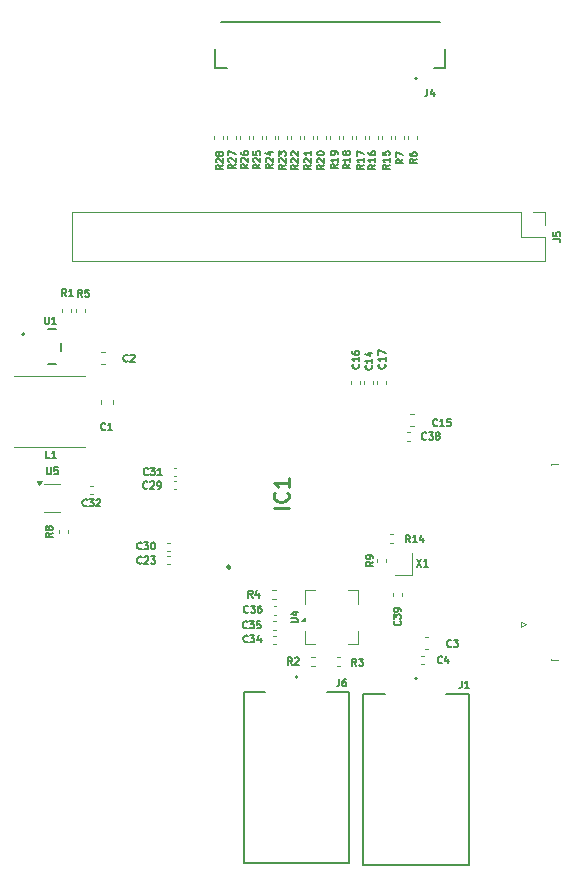
<source format=gto>
G04 #@! TF.GenerationSoftware,KiCad,Pcbnew,8.0.2*
G04 #@! TF.CreationDate,2024-06-09T13:50:20+05:00*
G04 #@! TF.ProjectId,EDP Converter,45445020-436f-46e7-9665-727465722e6b,rev?*
G04 #@! TF.SameCoordinates,Original*
G04 #@! TF.FileFunction,Legend,Top*
G04 #@! TF.FilePolarity,Positive*
%FSLAX46Y46*%
G04 Gerber Fmt 4.6, Leading zero omitted, Abs format (unit mm)*
G04 Created by KiCad (PCBNEW 8.0.2) date 2024-06-09 13:50:20*
%MOMM*%
%LPD*%
G01*
G04 APERTURE LIST*
%ADD10C,0.150000*%
%ADD11C,0.254000*%
%ADD12C,0.120000*%
%ADD13C,0.250000*%
%ADD14C,0.127000*%
%ADD15C,0.200000*%
G04 APERTURE END LIST*
D10*
X131619771Y-84565714D02*
X131334057Y-84765714D01*
X131619771Y-84908571D02*
X131019771Y-84908571D01*
X131019771Y-84908571D02*
X131019771Y-84680000D01*
X131019771Y-84680000D02*
X131048342Y-84622857D01*
X131048342Y-84622857D02*
X131076914Y-84594286D01*
X131076914Y-84594286D02*
X131134057Y-84565714D01*
X131134057Y-84565714D02*
X131219771Y-84565714D01*
X131219771Y-84565714D02*
X131276914Y-84594286D01*
X131276914Y-84594286D02*
X131305485Y-84622857D01*
X131305485Y-84622857D02*
X131334057Y-84680000D01*
X131334057Y-84680000D02*
X131334057Y-84908571D01*
X131619771Y-83994286D02*
X131619771Y-84337143D01*
X131619771Y-84165714D02*
X131019771Y-84165714D01*
X131019771Y-84165714D02*
X131105485Y-84222857D01*
X131105485Y-84222857D02*
X131162628Y-84280000D01*
X131162628Y-84280000D02*
X131191200Y-84337143D01*
X131619771Y-83708571D02*
X131619771Y-83594285D01*
X131619771Y-83594285D02*
X131591200Y-83537142D01*
X131591200Y-83537142D02*
X131562628Y-83508571D01*
X131562628Y-83508571D02*
X131476914Y-83451428D01*
X131476914Y-83451428D02*
X131362628Y-83422857D01*
X131362628Y-83422857D02*
X131134057Y-83422857D01*
X131134057Y-83422857D02*
X131076914Y-83451428D01*
X131076914Y-83451428D02*
X131048342Y-83480000D01*
X131048342Y-83480000D02*
X131019771Y-83537142D01*
X131019771Y-83537142D02*
X131019771Y-83651428D01*
X131019771Y-83651428D02*
X131048342Y-83708571D01*
X131048342Y-83708571D02*
X131076914Y-83737142D01*
X131076914Y-83737142D02*
X131134057Y-83765714D01*
X131134057Y-83765714D02*
X131276914Y-83765714D01*
X131276914Y-83765714D02*
X131334057Y-83737142D01*
X131334057Y-83737142D02*
X131362628Y-83708571D01*
X131362628Y-83708571D02*
X131391200Y-83651428D01*
X131391200Y-83651428D02*
X131391200Y-83537142D01*
X131391200Y-83537142D02*
X131362628Y-83480000D01*
X131362628Y-83480000D02*
X131334057Y-83451428D01*
X131334057Y-83451428D02*
X131276914Y-83422857D01*
X140064285Y-106672628D02*
X140035713Y-106701200D01*
X140035713Y-106701200D02*
X139949999Y-106729771D01*
X139949999Y-106729771D02*
X139892856Y-106729771D01*
X139892856Y-106729771D02*
X139807142Y-106701200D01*
X139807142Y-106701200D02*
X139749999Y-106644057D01*
X139749999Y-106644057D02*
X139721428Y-106586914D01*
X139721428Y-106586914D02*
X139692856Y-106472628D01*
X139692856Y-106472628D02*
X139692856Y-106386914D01*
X139692856Y-106386914D02*
X139721428Y-106272628D01*
X139721428Y-106272628D02*
X139749999Y-106215485D01*
X139749999Y-106215485D02*
X139807142Y-106158342D01*
X139807142Y-106158342D02*
X139892856Y-106129771D01*
X139892856Y-106129771D02*
X139949999Y-106129771D01*
X139949999Y-106129771D02*
X140035713Y-106158342D01*
X140035713Y-106158342D02*
X140064285Y-106186914D01*
X140635713Y-106729771D02*
X140292856Y-106729771D01*
X140464285Y-106729771D02*
X140464285Y-106129771D01*
X140464285Y-106129771D02*
X140407142Y-106215485D01*
X140407142Y-106215485D02*
X140349999Y-106272628D01*
X140349999Y-106272628D02*
X140292856Y-106301200D01*
X141178571Y-106129771D02*
X140892857Y-106129771D01*
X140892857Y-106129771D02*
X140864285Y-106415485D01*
X140864285Y-106415485D02*
X140892857Y-106386914D01*
X140892857Y-106386914D02*
X140950000Y-106358342D01*
X140950000Y-106358342D02*
X141092857Y-106358342D01*
X141092857Y-106358342D02*
X141150000Y-106386914D01*
X141150000Y-106386914D02*
X141178571Y-106415485D01*
X141178571Y-106415485D02*
X141207142Y-106472628D01*
X141207142Y-106472628D02*
X141207142Y-106615485D01*
X141207142Y-106615485D02*
X141178571Y-106672628D01*
X141178571Y-106672628D02*
X141150000Y-106701200D01*
X141150000Y-106701200D02*
X141092857Y-106729771D01*
X141092857Y-106729771D02*
X140950000Y-106729771D01*
X140950000Y-106729771D02*
X140892857Y-106701200D01*
X140892857Y-106701200D02*
X140864285Y-106672628D01*
X115564285Y-110812628D02*
X115535713Y-110841200D01*
X115535713Y-110841200D02*
X115449999Y-110869771D01*
X115449999Y-110869771D02*
X115392856Y-110869771D01*
X115392856Y-110869771D02*
X115307142Y-110841200D01*
X115307142Y-110841200D02*
X115249999Y-110784057D01*
X115249999Y-110784057D02*
X115221428Y-110726914D01*
X115221428Y-110726914D02*
X115192856Y-110612628D01*
X115192856Y-110612628D02*
X115192856Y-110526914D01*
X115192856Y-110526914D02*
X115221428Y-110412628D01*
X115221428Y-110412628D02*
X115249999Y-110355485D01*
X115249999Y-110355485D02*
X115307142Y-110298342D01*
X115307142Y-110298342D02*
X115392856Y-110269771D01*
X115392856Y-110269771D02*
X115449999Y-110269771D01*
X115449999Y-110269771D02*
X115535713Y-110298342D01*
X115535713Y-110298342D02*
X115564285Y-110326914D01*
X115764285Y-110269771D02*
X116135713Y-110269771D01*
X116135713Y-110269771D02*
X115935713Y-110498342D01*
X115935713Y-110498342D02*
X116021428Y-110498342D01*
X116021428Y-110498342D02*
X116078571Y-110526914D01*
X116078571Y-110526914D02*
X116107142Y-110555485D01*
X116107142Y-110555485D02*
X116135713Y-110612628D01*
X116135713Y-110612628D02*
X116135713Y-110755485D01*
X116135713Y-110755485D02*
X116107142Y-110812628D01*
X116107142Y-110812628D02*
X116078571Y-110841200D01*
X116078571Y-110841200D02*
X116021428Y-110869771D01*
X116021428Y-110869771D02*
X115849999Y-110869771D01*
X115849999Y-110869771D02*
X115792856Y-110841200D01*
X115792856Y-110841200D02*
X115764285Y-110812628D01*
X116707142Y-110869771D02*
X116364285Y-110869771D01*
X116535714Y-110869771D02*
X116535714Y-110269771D01*
X116535714Y-110269771D02*
X116478571Y-110355485D01*
X116478571Y-110355485D02*
X116421428Y-110412628D01*
X116421428Y-110412628D02*
X116364285Y-110441200D01*
X115014285Y-118312628D02*
X114985713Y-118341200D01*
X114985713Y-118341200D02*
X114899999Y-118369771D01*
X114899999Y-118369771D02*
X114842856Y-118369771D01*
X114842856Y-118369771D02*
X114757142Y-118341200D01*
X114757142Y-118341200D02*
X114699999Y-118284057D01*
X114699999Y-118284057D02*
X114671428Y-118226914D01*
X114671428Y-118226914D02*
X114642856Y-118112628D01*
X114642856Y-118112628D02*
X114642856Y-118026914D01*
X114642856Y-118026914D02*
X114671428Y-117912628D01*
X114671428Y-117912628D02*
X114699999Y-117855485D01*
X114699999Y-117855485D02*
X114757142Y-117798342D01*
X114757142Y-117798342D02*
X114842856Y-117769771D01*
X114842856Y-117769771D02*
X114899999Y-117769771D01*
X114899999Y-117769771D02*
X114985713Y-117798342D01*
X114985713Y-117798342D02*
X115014285Y-117826914D01*
X115242856Y-117826914D02*
X115271428Y-117798342D01*
X115271428Y-117798342D02*
X115328571Y-117769771D01*
X115328571Y-117769771D02*
X115471428Y-117769771D01*
X115471428Y-117769771D02*
X115528571Y-117798342D01*
X115528571Y-117798342D02*
X115557142Y-117826914D01*
X115557142Y-117826914D02*
X115585713Y-117884057D01*
X115585713Y-117884057D02*
X115585713Y-117941200D01*
X115585713Y-117941200D02*
X115557142Y-118026914D01*
X115557142Y-118026914D02*
X115214285Y-118369771D01*
X115214285Y-118369771D02*
X115585713Y-118369771D01*
X115785714Y-117769771D02*
X116157142Y-117769771D01*
X116157142Y-117769771D02*
X115957142Y-117998342D01*
X115957142Y-117998342D02*
X116042857Y-117998342D01*
X116042857Y-117998342D02*
X116100000Y-118026914D01*
X116100000Y-118026914D02*
X116128571Y-118055485D01*
X116128571Y-118055485D02*
X116157142Y-118112628D01*
X116157142Y-118112628D02*
X116157142Y-118255485D01*
X116157142Y-118255485D02*
X116128571Y-118312628D01*
X116128571Y-118312628D02*
X116100000Y-118341200D01*
X116100000Y-118341200D02*
X116042857Y-118369771D01*
X116042857Y-118369771D02*
X115871428Y-118369771D01*
X115871428Y-118369771D02*
X115814285Y-118341200D01*
X115814285Y-118341200D02*
X115785714Y-118312628D01*
X124001785Y-124987628D02*
X123973213Y-125016200D01*
X123973213Y-125016200D02*
X123887499Y-125044771D01*
X123887499Y-125044771D02*
X123830356Y-125044771D01*
X123830356Y-125044771D02*
X123744642Y-125016200D01*
X123744642Y-125016200D02*
X123687499Y-124959057D01*
X123687499Y-124959057D02*
X123658928Y-124901914D01*
X123658928Y-124901914D02*
X123630356Y-124787628D01*
X123630356Y-124787628D02*
X123630356Y-124701914D01*
X123630356Y-124701914D02*
X123658928Y-124587628D01*
X123658928Y-124587628D02*
X123687499Y-124530485D01*
X123687499Y-124530485D02*
X123744642Y-124473342D01*
X123744642Y-124473342D02*
X123830356Y-124444771D01*
X123830356Y-124444771D02*
X123887499Y-124444771D01*
X123887499Y-124444771D02*
X123973213Y-124473342D01*
X123973213Y-124473342D02*
X124001785Y-124501914D01*
X124201785Y-124444771D02*
X124573213Y-124444771D01*
X124573213Y-124444771D02*
X124373213Y-124673342D01*
X124373213Y-124673342D02*
X124458928Y-124673342D01*
X124458928Y-124673342D02*
X124516071Y-124701914D01*
X124516071Y-124701914D02*
X124544642Y-124730485D01*
X124544642Y-124730485D02*
X124573213Y-124787628D01*
X124573213Y-124787628D02*
X124573213Y-124930485D01*
X124573213Y-124930485D02*
X124544642Y-124987628D01*
X124544642Y-124987628D02*
X124516071Y-125016200D01*
X124516071Y-125016200D02*
X124458928Y-125044771D01*
X124458928Y-125044771D02*
X124287499Y-125044771D01*
X124287499Y-125044771D02*
X124230356Y-125016200D01*
X124230356Y-125016200D02*
X124201785Y-124987628D01*
X125087500Y-124644771D02*
X125087500Y-125044771D01*
X124944642Y-124416200D02*
X124801785Y-124844771D01*
X124801785Y-124844771D02*
X125173214Y-124844771D01*
X127669771Y-123357142D02*
X128155485Y-123357142D01*
X128155485Y-123357142D02*
X128212628Y-123328571D01*
X128212628Y-123328571D02*
X128241200Y-123300000D01*
X128241200Y-123300000D02*
X128269771Y-123242857D01*
X128269771Y-123242857D02*
X128269771Y-123128571D01*
X128269771Y-123128571D02*
X128241200Y-123071428D01*
X128241200Y-123071428D02*
X128212628Y-123042857D01*
X128212628Y-123042857D02*
X128155485Y-123014285D01*
X128155485Y-123014285D02*
X127669771Y-123014285D01*
X127869771Y-122471429D02*
X128269771Y-122471429D01*
X127641200Y-122614286D02*
X128069771Y-122757143D01*
X128069771Y-122757143D02*
X128069771Y-122385714D01*
X137754285Y-116569771D02*
X137554285Y-116284057D01*
X137411428Y-116569771D02*
X137411428Y-115969771D01*
X137411428Y-115969771D02*
X137639999Y-115969771D01*
X137639999Y-115969771D02*
X137697142Y-115998342D01*
X137697142Y-115998342D02*
X137725713Y-116026914D01*
X137725713Y-116026914D02*
X137754285Y-116084057D01*
X137754285Y-116084057D02*
X137754285Y-116169771D01*
X137754285Y-116169771D02*
X137725713Y-116226914D01*
X137725713Y-116226914D02*
X137697142Y-116255485D01*
X137697142Y-116255485D02*
X137639999Y-116284057D01*
X137639999Y-116284057D02*
X137411428Y-116284057D01*
X138325713Y-116569771D02*
X137982856Y-116569771D01*
X138154285Y-116569771D02*
X138154285Y-115969771D01*
X138154285Y-115969771D02*
X138097142Y-116055485D01*
X138097142Y-116055485D02*
X138039999Y-116112628D01*
X138039999Y-116112628D02*
X137982856Y-116141200D01*
X138840000Y-116169771D02*
X138840000Y-116569771D01*
X138697142Y-115941200D02*
X138554285Y-116369771D01*
X138554285Y-116369771D02*
X138925714Y-116369771D01*
X132669771Y-84565714D02*
X132384057Y-84765714D01*
X132669771Y-84908571D02*
X132069771Y-84908571D01*
X132069771Y-84908571D02*
X132069771Y-84680000D01*
X132069771Y-84680000D02*
X132098342Y-84622857D01*
X132098342Y-84622857D02*
X132126914Y-84594286D01*
X132126914Y-84594286D02*
X132184057Y-84565714D01*
X132184057Y-84565714D02*
X132269771Y-84565714D01*
X132269771Y-84565714D02*
X132326914Y-84594286D01*
X132326914Y-84594286D02*
X132355485Y-84622857D01*
X132355485Y-84622857D02*
X132384057Y-84680000D01*
X132384057Y-84680000D02*
X132384057Y-84908571D01*
X132669771Y-83994286D02*
X132669771Y-84337143D01*
X132669771Y-84165714D02*
X132069771Y-84165714D01*
X132069771Y-84165714D02*
X132155485Y-84222857D01*
X132155485Y-84222857D02*
X132212628Y-84280000D01*
X132212628Y-84280000D02*
X132241200Y-84337143D01*
X132326914Y-83651428D02*
X132298342Y-83708571D01*
X132298342Y-83708571D02*
X132269771Y-83737142D01*
X132269771Y-83737142D02*
X132212628Y-83765714D01*
X132212628Y-83765714D02*
X132184057Y-83765714D01*
X132184057Y-83765714D02*
X132126914Y-83737142D01*
X132126914Y-83737142D02*
X132098342Y-83708571D01*
X132098342Y-83708571D02*
X132069771Y-83651428D01*
X132069771Y-83651428D02*
X132069771Y-83537142D01*
X132069771Y-83537142D02*
X132098342Y-83480000D01*
X132098342Y-83480000D02*
X132126914Y-83451428D01*
X132126914Y-83451428D02*
X132184057Y-83422857D01*
X132184057Y-83422857D02*
X132212628Y-83422857D01*
X132212628Y-83422857D02*
X132269771Y-83451428D01*
X132269771Y-83451428D02*
X132298342Y-83480000D01*
X132298342Y-83480000D02*
X132326914Y-83537142D01*
X132326914Y-83537142D02*
X132326914Y-83651428D01*
X132326914Y-83651428D02*
X132355485Y-83708571D01*
X132355485Y-83708571D02*
X132384057Y-83737142D01*
X132384057Y-83737142D02*
X132441200Y-83765714D01*
X132441200Y-83765714D02*
X132555485Y-83765714D01*
X132555485Y-83765714D02*
X132612628Y-83737142D01*
X132612628Y-83737142D02*
X132641200Y-83708571D01*
X132641200Y-83708571D02*
X132669771Y-83651428D01*
X132669771Y-83651428D02*
X132669771Y-83537142D01*
X132669771Y-83537142D02*
X132641200Y-83480000D01*
X132641200Y-83480000D02*
X132612628Y-83451428D01*
X132612628Y-83451428D02*
X132555485Y-83422857D01*
X132555485Y-83422857D02*
X132441200Y-83422857D01*
X132441200Y-83422857D02*
X132384057Y-83451428D01*
X132384057Y-83451428D02*
X132355485Y-83480000D01*
X132355485Y-83480000D02*
X132326914Y-83537142D01*
X107250000Y-109469771D02*
X106964286Y-109469771D01*
X106964286Y-109469771D02*
X106964286Y-108869771D01*
X107764285Y-109469771D02*
X107421428Y-109469771D01*
X107592857Y-109469771D02*
X107592857Y-108869771D01*
X107592857Y-108869771D02*
X107535714Y-108955485D01*
X107535714Y-108955485D02*
X107478571Y-109012628D01*
X107478571Y-109012628D02*
X107421428Y-109041200D01*
X110384285Y-113462628D02*
X110355713Y-113491200D01*
X110355713Y-113491200D02*
X110269999Y-113519771D01*
X110269999Y-113519771D02*
X110212856Y-113519771D01*
X110212856Y-113519771D02*
X110127142Y-113491200D01*
X110127142Y-113491200D02*
X110069999Y-113434057D01*
X110069999Y-113434057D02*
X110041428Y-113376914D01*
X110041428Y-113376914D02*
X110012856Y-113262628D01*
X110012856Y-113262628D02*
X110012856Y-113176914D01*
X110012856Y-113176914D02*
X110041428Y-113062628D01*
X110041428Y-113062628D02*
X110069999Y-113005485D01*
X110069999Y-113005485D02*
X110127142Y-112948342D01*
X110127142Y-112948342D02*
X110212856Y-112919771D01*
X110212856Y-112919771D02*
X110269999Y-112919771D01*
X110269999Y-112919771D02*
X110355713Y-112948342D01*
X110355713Y-112948342D02*
X110384285Y-112976914D01*
X110584285Y-112919771D02*
X110955713Y-112919771D01*
X110955713Y-112919771D02*
X110755713Y-113148342D01*
X110755713Y-113148342D02*
X110841428Y-113148342D01*
X110841428Y-113148342D02*
X110898571Y-113176914D01*
X110898571Y-113176914D02*
X110927142Y-113205485D01*
X110927142Y-113205485D02*
X110955713Y-113262628D01*
X110955713Y-113262628D02*
X110955713Y-113405485D01*
X110955713Y-113405485D02*
X110927142Y-113462628D01*
X110927142Y-113462628D02*
X110898571Y-113491200D01*
X110898571Y-113491200D02*
X110841428Y-113519771D01*
X110841428Y-113519771D02*
X110669999Y-113519771D01*
X110669999Y-113519771D02*
X110612856Y-113491200D01*
X110612856Y-113491200D02*
X110584285Y-113462628D01*
X111184285Y-112976914D02*
X111212857Y-112948342D01*
X111212857Y-112948342D02*
X111270000Y-112919771D01*
X111270000Y-112919771D02*
X111412857Y-112919771D01*
X111412857Y-112919771D02*
X111470000Y-112948342D01*
X111470000Y-112948342D02*
X111498571Y-112976914D01*
X111498571Y-112976914D02*
X111527142Y-113034057D01*
X111527142Y-113034057D02*
X111527142Y-113091200D01*
X111527142Y-113091200D02*
X111498571Y-113176914D01*
X111498571Y-113176914D02*
X111155714Y-113519771D01*
X111155714Y-113519771D02*
X111527142Y-113519771D01*
X125069771Y-84575714D02*
X124784057Y-84775714D01*
X125069771Y-84918571D02*
X124469771Y-84918571D01*
X124469771Y-84918571D02*
X124469771Y-84690000D01*
X124469771Y-84690000D02*
X124498342Y-84632857D01*
X124498342Y-84632857D02*
X124526914Y-84604286D01*
X124526914Y-84604286D02*
X124584057Y-84575714D01*
X124584057Y-84575714D02*
X124669771Y-84575714D01*
X124669771Y-84575714D02*
X124726914Y-84604286D01*
X124726914Y-84604286D02*
X124755485Y-84632857D01*
X124755485Y-84632857D02*
X124784057Y-84690000D01*
X124784057Y-84690000D02*
X124784057Y-84918571D01*
X124526914Y-84347143D02*
X124498342Y-84318571D01*
X124498342Y-84318571D02*
X124469771Y-84261429D01*
X124469771Y-84261429D02*
X124469771Y-84118571D01*
X124469771Y-84118571D02*
X124498342Y-84061429D01*
X124498342Y-84061429D02*
X124526914Y-84032857D01*
X124526914Y-84032857D02*
X124584057Y-84004286D01*
X124584057Y-84004286D02*
X124641200Y-84004286D01*
X124641200Y-84004286D02*
X124726914Y-84032857D01*
X124726914Y-84032857D02*
X125069771Y-84375714D01*
X125069771Y-84375714D02*
X125069771Y-84004286D01*
X124469771Y-83461428D02*
X124469771Y-83747142D01*
X124469771Y-83747142D02*
X124755485Y-83775714D01*
X124755485Y-83775714D02*
X124726914Y-83747142D01*
X124726914Y-83747142D02*
X124698342Y-83690000D01*
X124698342Y-83690000D02*
X124698342Y-83547142D01*
X124698342Y-83547142D02*
X124726914Y-83490000D01*
X124726914Y-83490000D02*
X124755485Y-83461428D01*
X124755485Y-83461428D02*
X124812628Y-83432857D01*
X124812628Y-83432857D02*
X124955485Y-83432857D01*
X124955485Y-83432857D02*
X125012628Y-83461428D01*
X125012628Y-83461428D02*
X125041200Y-83490000D01*
X125041200Y-83490000D02*
X125069771Y-83547142D01*
X125069771Y-83547142D02*
X125069771Y-83690000D01*
X125069771Y-83690000D02*
X125041200Y-83747142D01*
X125041200Y-83747142D02*
X125012628Y-83775714D01*
X133200000Y-127019771D02*
X133000000Y-126734057D01*
X132857143Y-127019771D02*
X132857143Y-126419771D01*
X132857143Y-126419771D02*
X133085714Y-126419771D01*
X133085714Y-126419771D02*
X133142857Y-126448342D01*
X133142857Y-126448342D02*
X133171428Y-126476914D01*
X133171428Y-126476914D02*
X133200000Y-126534057D01*
X133200000Y-126534057D02*
X133200000Y-126619771D01*
X133200000Y-126619771D02*
X133171428Y-126676914D01*
X133171428Y-126676914D02*
X133142857Y-126705485D01*
X133142857Y-126705485D02*
X133085714Y-126734057D01*
X133085714Y-126734057D02*
X132857143Y-126734057D01*
X133400000Y-126419771D02*
X133771428Y-126419771D01*
X133771428Y-126419771D02*
X133571428Y-126648342D01*
X133571428Y-126648342D02*
X133657143Y-126648342D01*
X133657143Y-126648342D02*
X133714286Y-126676914D01*
X133714286Y-126676914D02*
X133742857Y-126705485D01*
X133742857Y-126705485D02*
X133771428Y-126762628D01*
X133771428Y-126762628D02*
X133771428Y-126905485D01*
X133771428Y-126905485D02*
X133742857Y-126962628D01*
X133742857Y-126962628D02*
X133714286Y-126991200D01*
X133714286Y-126991200D02*
X133657143Y-127019771D01*
X133657143Y-127019771D02*
X133485714Y-127019771D01*
X133485714Y-127019771D02*
X133428571Y-126991200D01*
X133428571Y-126991200D02*
X133400000Y-126962628D01*
X136912628Y-123235714D02*
X136941200Y-123264286D01*
X136941200Y-123264286D02*
X136969771Y-123350000D01*
X136969771Y-123350000D02*
X136969771Y-123407143D01*
X136969771Y-123407143D02*
X136941200Y-123492857D01*
X136941200Y-123492857D02*
X136884057Y-123550000D01*
X136884057Y-123550000D02*
X136826914Y-123578571D01*
X136826914Y-123578571D02*
X136712628Y-123607143D01*
X136712628Y-123607143D02*
X136626914Y-123607143D01*
X136626914Y-123607143D02*
X136512628Y-123578571D01*
X136512628Y-123578571D02*
X136455485Y-123550000D01*
X136455485Y-123550000D02*
X136398342Y-123492857D01*
X136398342Y-123492857D02*
X136369771Y-123407143D01*
X136369771Y-123407143D02*
X136369771Y-123350000D01*
X136369771Y-123350000D02*
X136398342Y-123264286D01*
X136398342Y-123264286D02*
X136426914Y-123235714D01*
X136369771Y-123035714D02*
X136369771Y-122664286D01*
X136369771Y-122664286D02*
X136598342Y-122864286D01*
X136598342Y-122864286D02*
X136598342Y-122778571D01*
X136598342Y-122778571D02*
X136626914Y-122721429D01*
X136626914Y-122721429D02*
X136655485Y-122692857D01*
X136655485Y-122692857D02*
X136712628Y-122664286D01*
X136712628Y-122664286D02*
X136855485Y-122664286D01*
X136855485Y-122664286D02*
X136912628Y-122692857D01*
X136912628Y-122692857D02*
X136941200Y-122721429D01*
X136941200Y-122721429D02*
X136969771Y-122778571D01*
X136969771Y-122778571D02*
X136969771Y-122950000D01*
X136969771Y-122950000D02*
X136941200Y-123007143D01*
X136941200Y-123007143D02*
X136912628Y-123035714D01*
X136969771Y-122378571D02*
X136969771Y-122264285D01*
X136969771Y-122264285D02*
X136941200Y-122207142D01*
X136941200Y-122207142D02*
X136912628Y-122178571D01*
X136912628Y-122178571D02*
X136826914Y-122121428D01*
X136826914Y-122121428D02*
X136712628Y-122092857D01*
X136712628Y-122092857D02*
X136484057Y-122092857D01*
X136484057Y-122092857D02*
X136426914Y-122121428D01*
X136426914Y-122121428D02*
X136398342Y-122150000D01*
X136398342Y-122150000D02*
X136369771Y-122207142D01*
X136369771Y-122207142D02*
X136369771Y-122321428D01*
X136369771Y-122321428D02*
X136398342Y-122378571D01*
X136398342Y-122378571D02*
X136426914Y-122407142D01*
X136426914Y-122407142D02*
X136484057Y-122435714D01*
X136484057Y-122435714D02*
X136626914Y-122435714D01*
X136626914Y-122435714D02*
X136684057Y-122407142D01*
X136684057Y-122407142D02*
X136712628Y-122378571D01*
X136712628Y-122378571D02*
X136741200Y-122321428D01*
X136741200Y-122321428D02*
X136741200Y-122207142D01*
X136741200Y-122207142D02*
X136712628Y-122150000D01*
X136712628Y-122150000D02*
X136684057Y-122121428D01*
X136684057Y-122121428D02*
X136626914Y-122092857D01*
X141250000Y-125362628D02*
X141221428Y-125391200D01*
X141221428Y-125391200D02*
X141135714Y-125419771D01*
X141135714Y-125419771D02*
X141078571Y-125419771D01*
X141078571Y-125419771D02*
X140992857Y-125391200D01*
X140992857Y-125391200D02*
X140935714Y-125334057D01*
X140935714Y-125334057D02*
X140907143Y-125276914D01*
X140907143Y-125276914D02*
X140878571Y-125162628D01*
X140878571Y-125162628D02*
X140878571Y-125076914D01*
X140878571Y-125076914D02*
X140907143Y-124962628D01*
X140907143Y-124962628D02*
X140935714Y-124905485D01*
X140935714Y-124905485D02*
X140992857Y-124848342D01*
X140992857Y-124848342D02*
X141078571Y-124819771D01*
X141078571Y-124819771D02*
X141135714Y-124819771D01*
X141135714Y-124819771D02*
X141221428Y-124848342D01*
X141221428Y-124848342D02*
X141250000Y-124876914D01*
X141450000Y-124819771D02*
X141821428Y-124819771D01*
X141821428Y-124819771D02*
X141621428Y-125048342D01*
X141621428Y-125048342D02*
X141707143Y-125048342D01*
X141707143Y-125048342D02*
X141764286Y-125076914D01*
X141764286Y-125076914D02*
X141792857Y-125105485D01*
X141792857Y-125105485D02*
X141821428Y-125162628D01*
X141821428Y-125162628D02*
X141821428Y-125305485D01*
X141821428Y-125305485D02*
X141792857Y-125362628D01*
X141792857Y-125362628D02*
X141764286Y-125391200D01*
X141764286Y-125391200D02*
X141707143Y-125419771D01*
X141707143Y-125419771D02*
X141535714Y-125419771D01*
X141535714Y-125419771D02*
X141478571Y-125391200D01*
X141478571Y-125391200D02*
X141450000Y-125362628D01*
X139114285Y-107812628D02*
X139085713Y-107841200D01*
X139085713Y-107841200D02*
X138999999Y-107869771D01*
X138999999Y-107869771D02*
X138942856Y-107869771D01*
X138942856Y-107869771D02*
X138857142Y-107841200D01*
X138857142Y-107841200D02*
X138799999Y-107784057D01*
X138799999Y-107784057D02*
X138771428Y-107726914D01*
X138771428Y-107726914D02*
X138742856Y-107612628D01*
X138742856Y-107612628D02*
X138742856Y-107526914D01*
X138742856Y-107526914D02*
X138771428Y-107412628D01*
X138771428Y-107412628D02*
X138799999Y-107355485D01*
X138799999Y-107355485D02*
X138857142Y-107298342D01*
X138857142Y-107298342D02*
X138942856Y-107269771D01*
X138942856Y-107269771D02*
X138999999Y-107269771D01*
X138999999Y-107269771D02*
X139085713Y-107298342D01*
X139085713Y-107298342D02*
X139114285Y-107326914D01*
X139314285Y-107269771D02*
X139685713Y-107269771D01*
X139685713Y-107269771D02*
X139485713Y-107498342D01*
X139485713Y-107498342D02*
X139571428Y-107498342D01*
X139571428Y-107498342D02*
X139628571Y-107526914D01*
X139628571Y-107526914D02*
X139657142Y-107555485D01*
X139657142Y-107555485D02*
X139685713Y-107612628D01*
X139685713Y-107612628D02*
X139685713Y-107755485D01*
X139685713Y-107755485D02*
X139657142Y-107812628D01*
X139657142Y-107812628D02*
X139628571Y-107841200D01*
X139628571Y-107841200D02*
X139571428Y-107869771D01*
X139571428Y-107869771D02*
X139399999Y-107869771D01*
X139399999Y-107869771D02*
X139342856Y-107841200D01*
X139342856Y-107841200D02*
X139314285Y-107812628D01*
X140028571Y-107526914D02*
X139971428Y-107498342D01*
X139971428Y-107498342D02*
X139942857Y-107469771D01*
X139942857Y-107469771D02*
X139914285Y-107412628D01*
X139914285Y-107412628D02*
X139914285Y-107384057D01*
X139914285Y-107384057D02*
X139942857Y-107326914D01*
X139942857Y-107326914D02*
X139971428Y-107298342D01*
X139971428Y-107298342D02*
X140028571Y-107269771D01*
X140028571Y-107269771D02*
X140142857Y-107269771D01*
X140142857Y-107269771D02*
X140200000Y-107298342D01*
X140200000Y-107298342D02*
X140228571Y-107326914D01*
X140228571Y-107326914D02*
X140257142Y-107384057D01*
X140257142Y-107384057D02*
X140257142Y-107412628D01*
X140257142Y-107412628D02*
X140228571Y-107469771D01*
X140228571Y-107469771D02*
X140200000Y-107498342D01*
X140200000Y-107498342D02*
X140142857Y-107526914D01*
X140142857Y-107526914D02*
X140028571Y-107526914D01*
X140028571Y-107526914D02*
X139971428Y-107555485D01*
X139971428Y-107555485D02*
X139942857Y-107584057D01*
X139942857Y-107584057D02*
X139914285Y-107641200D01*
X139914285Y-107641200D02*
X139914285Y-107755485D01*
X139914285Y-107755485D02*
X139942857Y-107812628D01*
X139942857Y-107812628D02*
X139971428Y-107841200D01*
X139971428Y-107841200D02*
X140028571Y-107869771D01*
X140028571Y-107869771D02*
X140142857Y-107869771D01*
X140142857Y-107869771D02*
X140200000Y-107841200D01*
X140200000Y-107841200D02*
X140228571Y-107812628D01*
X140228571Y-107812628D02*
X140257142Y-107755485D01*
X140257142Y-107755485D02*
X140257142Y-107641200D01*
X140257142Y-107641200D02*
X140228571Y-107584057D01*
X140228571Y-107584057D02*
X140200000Y-107555485D01*
X140200000Y-107555485D02*
X140142857Y-107526914D01*
X124410000Y-121269771D02*
X124210000Y-120984057D01*
X124067143Y-121269771D02*
X124067143Y-120669771D01*
X124067143Y-120669771D02*
X124295714Y-120669771D01*
X124295714Y-120669771D02*
X124352857Y-120698342D01*
X124352857Y-120698342D02*
X124381428Y-120726914D01*
X124381428Y-120726914D02*
X124410000Y-120784057D01*
X124410000Y-120784057D02*
X124410000Y-120869771D01*
X124410000Y-120869771D02*
X124381428Y-120926914D01*
X124381428Y-120926914D02*
X124352857Y-120955485D01*
X124352857Y-120955485D02*
X124295714Y-120984057D01*
X124295714Y-120984057D02*
X124067143Y-120984057D01*
X124924286Y-120869771D02*
X124924286Y-121269771D01*
X124781428Y-120641200D02*
X124638571Y-121069771D01*
X124638571Y-121069771D02*
X125010000Y-121069771D01*
X108650000Y-95719771D02*
X108450000Y-95434057D01*
X108307143Y-95719771D02*
X108307143Y-95119771D01*
X108307143Y-95119771D02*
X108535714Y-95119771D01*
X108535714Y-95119771D02*
X108592857Y-95148342D01*
X108592857Y-95148342D02*
X108621428Y-95176914D01*
X108621428Y-95176914D02*
X108650000Y-95234057D01*
X108650000Y-95234057D02*
X108650000Y-95319771D01*
X108650000Y-95319771D02*
X108621428Y-95376914D01*
X108621428Y-95376914D02*
X108592857Y-95405485D01*
X108592857Y-95405485D02*
X108535714Y-95434057D01*
X108535714Y-95434057D02*
X108307143Y-95434057D01*
X109221428Y-95719771D02*
X108878571Y-95719771D01*
X109050000Y-95719771D02*
X109050000Y-95119771D01*
X109050000Y-95119771D02*
X108992857Y-95205485D01*
X108992857Y-95205485D02*
X108935714Y-95262628D01*
X108935714Y-95262628D02*
X108878571Y-95291200D01*
X122969771Y-84575714D02*
X122684057Y-84775714D01*
X122969771Y-84918571D02*
X122369771Y-84918571D01*
X122369771Y-84918571D02*
X122369771Y-84690000D01*
X122369771Y-84690000D02*
X122398342Y-84632857D01*
X122398342Y-84632857D02*
X122426914Y-84604286D01*
X122426914Y-84604286D02*
X122484057Y-84575714D01*
X122484057Y-84575714D02*
X122569771Y-84575714D01*
X122569771Y-84575714D02*
X122626914Y-84604286D01*
X122626914Y-84604286D02*
X122655485Y-84632857D01*
X122655485Y-84632857D02*
X122684057Y-84690000D01*
X122684057Y-84690000D02*
X122684057Y-84918571D01*
X122426914Y-84347143D02*
X122398342Y-84318571D01*
X122398342Y-84318571D02*
X122369771Y-84261429D01*
X122369771Y-84261429D02*
X122369771Y-84118571D01*
X122369771Y-84118571D02*
X122398342Y-84061429D01*
X122398342Y-84061429D02*
X122426914Y-84032857D01*
X122426914Y-84032857D02*
X122484057Y-84004286D01*
X122484057Y-84004286D02*
X122541200Y-84004286D01*
X122541200Y-84004286D02*
X122626914Y-84032857D01*
X122626914Y-84032857D02*
X122969771Y-84375714D01*
X122969771Y-84375714D02*
X122969771Y-84004286D01*
X122369771Y-83804285D02*
X122369771Y-83404285D01*
X122369771Y-83404285D02*
X122969771Y-83661428D01*
X126119771Y-84575714D02*
X125834057Y-84775714D01*
X126119771Y-84918571D02*
X125519771Y-84918571D01*
X125519771Y-84918571D02*
X125519771Y-84690000D01*
X125519771Y-84690000D02*
X125548342Y-84632857D01*
X125548342Y-84632857D02*
X125576914Y-84604286D01*
X125576914Y-84604286D02*
X125634057Y-84575714D01*
X125634057Y-84575714D02*
X125719771Y-84575714D01*
X125719771Y-84575714D02*
X125776914Y-84604286D01*
X125776914Y-84604286D02*
X125805485Y-84632857D01*
X125805485Y-84632857D02*
X125834057Y-84690000D01*
X125834057Y-84690000D02*
X125834057Y-84918571D01*
X125576914Y-84347143D02*
X125548342Y-84318571D01*
X125548342Y-84318571D02*
X125519771Y-84261429D01*
X125519771Y-84261429D02*
X125519771Y-84118571D01*
X125519771Y-84118571D02*
X125548342Y-84061429D01*
X125548342Y-84061429D02*
X125576914Y-84032857D01*
X125576914Y-84032857D02*
X125634057Y-84004286D01*
X125634057Y-84004286D02*
X125691200Y-84004286D01*
X125691200Y-84004286D02*
X125776914Y-84032857D01*
X125776914Y-84032857D02*
X126119771Y-84375714D01*
X126119771Y-84375714D02*
X126119771Y-84004286D01*
X125719771Y-83490000D02*
X126119771Y-83490000D01*
X125491200Y-83632857D02*
X125919771Y-83775714D01*
X125919771Y-83775714D02*
X125919771Y-83404285D01*
X138314285Y-118019771D02*
X138714285Y-118619771D01*
X138714285Y-118019771D02*
X138314285Y-118619771D01*
X139257142Y-118619771D02*
X138914285Y-118619771D01*
X139085714Y-118619771D02*
X139085714Y-118019771D01*
X139085714Y-118019771D02*
X139028571Y-118105485D01*
X139028571Y-118105485D02*
X138971428Y-118162628D01*
X138971428Y-118162628D02*
X138914285Y-118191200D01*
X107499771Y-115749999D02*
X107214057Y-115949999D01*
X107499771Y-116092856D02*
X106899771Y-116092856D01*
X106899771Y-116092856D02*
X106899771Y-115864285D01*
X106899771Y-115864285D02*
X106928342Y-115807142D01*
X106928342Y-115807142D02*
X106956914Y-115778571D01*
X106956914Y-115778571D02*
X107014057Y-115749999D01*
X107014057Y-115749999D02*
X107099771Y-115749999D01*
X107099771Y-115749999D02*
X107156914Y-115778571D01*
X107156914Y-115778571D02*
X107185485Y-115807142D01*
X107185485Y-115807142D02*
X107214057Y-115864285D01*
X107214057Y-115864285D02*
X107214057Y-116092856D01*
X107156914Y-115407142D02*
X107128342Y-115464285D01*
X107128342Y-115464285D02*
X107099771Y-115492856D01*
X107099771Y-115492856D02*
X107042628Y-115521428D01*
X107042628Y-115521428D02*
X107014057Y-115521428D01*
X107014057Y-115521428D02*
X106956914Y-115492856D01*
X106956914Y-115492856D02*
X106928342Y-115464285D01*
X106928342Y-115464285D02*
X106899771Y-115407142D01*
X106899771Y-115407142D02*
X106899771Y-115292856D01*
X106899771Y-115292856D02*
X106928342Y-115235714D01*
X106928342Y-115235714D02*
X106956914Y-115207142D01*
X106956914Y-115207142D02*
X107014057Y-115178571D01*
X107014057Y-115178571D02*
X107042628Y-115178571D01*
X107042628Y-115178571D02*
X107099771Y-115207142D01*
X107099771Y-115207142D02*
X107128342Y-115235714D01*
X107128342Y-115235714D02*
X107156914Y-115292856D01*
X107156914Y-115292856D02*
X107156914Y-115407142D01*
X107156914Y-115407142D02*
X107185485Y-115464285D01*
X107185485Y-115464285D02*
X107214057Y-115492856D01*
X107214057Y-115492856D02*
X107271200Y-115521428D01*
X107271200Y-115521428D02*
X107385485Y-115521428D01*
X107385485Y-115521428D02*
X107442628Y-115492856D01*
X107442628Y-115492856D02*
X107471200Y-115464285D01*
X107471200Y-115464285D02*
X107499771Y-115407142D01*
X107499771Y-115407142D02*
X107499771Y-115292856D01*
X107499771Y-115292856D02*
X107471200Y-115235714D01*
X107471200Y-115235714D02*
X107442628Y-115207142D01*
X107442628Y-115207142D02*
X107385485Y-115178571D01*
X107385485Y-115178571D02*
X107271200Y-115178571D01*
X107271200Y-115178571D02*
X107214057Y-115207142D01*
X107214057Y-115207142D02*
X107185485Y-115235714D01*
X107185485Y-115235714D02*
X107156914Y-115292856D01*
X127219771Y-84615714D02*
X126934057Y-84815714D01*
X127219771Y-84958571D02*
X126619771Y-84958571D01*
X126619771Y-84958571D02*
X126619771Y-84730000D01*
X126619771Y-84730000D02*
X126648342Y-84672857D01*
X126648342Y-84672857D02*
X126676914Y-84644286D01*
X126676914Y-84644286D02*
X126734057Y-84615714D01*
X126734057Y-84615714D02*
X126819771Y-84615714D01*
X126819771Y-84615714D02*
X126876914Y-84644286D01*
X126876914Y-84644286D02*
X126905485Y-84672857D01*
X126905485Y-84672857D02*
X126934057Y-84730000D01*
X126934057Y-84730000D02*
X126934057Y-84958571D01*
X126676914Y-84387143D02*
X126648342Y-84358571D01*
X126648342Y-84358571D02*
X126619771Y-84301429D01*
X126619771Y-84301429D02*
X126619771Y-84158571D01*
X126619771Y-84158571D02*
X126648342Y-84101429D01*
X126648342Y-84101429D02*
X126676914Y-84072857D01*
X126676914Y-84072857D02*
X126734057Y-84044286D01*
X126734057Y-84044286D02*
X126791200Y-84044286D01*
X126791200Y-84044286D02*
X126876914Y-84072857D01*
X126876914Y-84072857D02*
X127219771Y-84415714D01*
X127219771Y-84415714D02*
X127219771Y-84044286D01*
X126619771Y-83844285D02*
X126619771Y-83472857D01*
X126619771Y-83472857D02*
X126848342Y-83672857D01*
X126848342Y-83672857D02*
X126848342Y-83587142D01*
X126848342Y-83587142D02*
X126876914Y-83530000D01*
X126876914Y-83530000D02*
X126905485Y-83501428D01*
X126905485Y-83501428D02*
X126962628Y-83472857D01*
X126962628Y-83472857D02*
X127105485Y-83472857D01*
X127105485Y-83472857D02*
X127162628Y-83501428D01*
X127162628Y-83501428D02*
X127191200Y-83530000D01*
X127191200Y-83530000D02*
X127219771Y-83587142D01*
X127219771Y-83587142D02*
X127219771Y-83758571D01*
X127219771Y-83758571D02*
X127191200Y-83815714D01*
X127191200Y-83815714D02*
X127162628Y-83844285D01*
D11*
X127462318Y-113689762D02*
X126192318Y-113689762D01*
X127341365Y-112359285D02*
X127401842Y-112419761D01*
X127401842Y-112419761D02*
X127462318Y-112601190D01*
X127462318Y-112601190D02*
X127462318Y-112722142D01*
X127462318Y-112722142D02*
X127401842Y-112903571D01*
X127401842Y-112903571D02*
X127280889Y-113024523D01*
X127280889Y-113024523D02*
X127159937Y-113085000D01*
X127159937Y-113085000D02*
X126918032Y-113145476D01*
X126918032Y-113145476D02*
X126736603Y-113145476D01*
X126736603Y-113145476D02*
X126494699Y-113085000D01*
X126494699Y-113085000D02*
X126373746Y-113024523D01*
X126373746Y-113024523D02*
X126252794Y-112903571D01*
X126252794Y-112903571D02*
X126192318Y-112722142D01*
X126192318Y-112722142D02*
X126192318Y-112601190D01*
X126192318Y-112601190D02*
X126252794Y-112419761D01*
X126252794Y-112419761D02*
X126313270Y-112359285D01*
X127462318Y-111149761D02*
X127462318Y-111875476D01*
X127462318Y-111512619D02*
X126192318Y-111512619D01*
X126192318Y-111512619D02*
X126373746Y-111633571D01*
X126373746Y-111633571D02*
X126494699Y-111754523D01*
X126494699Y-111754523D02*
X126555175Y-111875476D01*
D10*
X113850000Y-101212628D02*
X113821428Y-101241200D01*
X113821428Y-101241200D02*
X113735714Y-101269771D01*
X113735714Y-101269771D02*
X113678571Y-101269771D01*
X113678571Y-101269771D02*
X113592857Y-101241200D01*
X113592857Y-101241200D02*
X113535714Y-101184057D01*
X113535714Y-101184057D02*
X113507143Y-101126914D01*
X113507143Y-101126914D02*
X113478571Y-101012628D01*
X113478571Y-101012628D02*
X113478571Y-100926914D01*
X113478571Y-100926914D02*
X113507143Y-100812628D01*
X113507143Y-100812628D02*
X113535714Y-100755485D01*
X113535714Y-100755485D02*
X113592857Y-100698342D01*
X113592857Y-100698342D02*
X113678571Y-100669771D01*
X113678571Y-100669771D02*
X113735714Y-100669771D01*
X113735714Y-100669771D02*
X113821428Y-100698342D01*
X113821428Y-100698342D02*
X113850000Y-100726914D01*
X114078571Y-100726914D02*
X114107143Y-100698342D01*
X114107143Y-100698342D02*
X114164286Y-100669771D01*
X114164286Y-100669771D02*
X114307143Y-100669771D01*
X114307143Y-100669771D02*
X114364286Y-100698342D01*
X114364286Y-100698342D02*
X114392857Y-100726914D01*
X114392857Y-100726914D02*
X114421428Y-100784057D01*
X114421428Y-100784057D02*
X114421428Y-100841200D01*
X114421428Y-100841200D02*
X114392857Y-100926914D01*
X114392857Y-100926914D02*
X114050000Y-101269771D01*
X114050000Y-101269771D02*
X114421428Y-101269771D01*
X149879771Y-90900000D02*
X150308342Y-90900000D01*
X150308342Y-90900000D02*
X150394057Y-90928571D01*
X150394057Y-90928571D02*
X150451200Y-90985714D01*
X150451200Y-90985714D02*
X150479771Y-91071428D01*
X150479771Y-91071428D02*
X150479771Y-91128571D01*
X149879771Y-90328571D02*
X149879771Y-90614285D01*
X149879771Y-90614285D02*
X150165485Y-90642857D01*
X150165485Y-90642857D02*
X150136914Y-90614285D01*
X150136914Y-90614285D02*
X150108342Y-90557143D01*
X150108342Y-90557143D02*
X150108342Y-90414285D01*
X150108342Y-90414285D02*
X150136914Y-90357143D01*
X150136914Y-90357143D02*
X150165485Y-90328571D01*
X150165485Y-90328571D02*
X150222628Y-90300000D01*
X150222628Y-90300000D02*
X150365485Y-90300000D01*
X150365485Y-90300000D02*
X150422628Y-90328571D01*
X150422628Y-90328571D02*
X150451200Y-90357143D01*
X150451200Y-90357143D02*
X150479771Y-90414285D01*
X150479771Y-90414285D02*
X150479771Y-90557143D01*
X150479771Y-90557143D02*
X150451200Y-90614285D01*
X150451200Y-90614285D02*
X150422628Y-90642857D01*
X123951785Y-123787628D02*
X123923213Y-123816200D01*
X123923213Y-123816200D02*
X123837499Y-123844771D01*
X123837499Y-123844771D02*
X123780356Y-123844771D01*
X123780356Y-123844771D02*
X123694642Y-123816200D01*
X123694642Y-123816200D02*
X123637499Y-123759057D01*
X123637499Y-123759057D02*
X123608928Y-123701914D01*
X123608928Y-123701914D02*
X123580356Y-123587628D01*
X123580356Y-123587628D02*
X123580356Y-123501914D01*
X123580356Y-123501914D02*
X123608928Y-123387628D01*
X123608928Y-123387628D02*
X123637499Y-123330485D01*
X123637499Y-123330485D02*
X123694642Y-123273342D01*
X123694642Y-123273342D02*
X123780356Y-123244771D01*
X123780356Y-123244771D02*
X123837499Y-123244771D01*
X123837499Y-123244771D02*
X123923213Y-123273342D01*
X123923213Y-123273342D02*
X123951785Y-123301914D01*
X124151785Y-123244771D02*
X124523213Y-123244771D01*
X124523213Y-123244771D02*
X124323213Y-123473342D01*
X124323213Y-123473342D02*
X124408928Y-123473342D01*
X124408928Y-123473342D02*
X124466071Y-123501914D01*
X124466071Y-123501914D02*
X124494642Y-123530485D01*
X124494642Y-123530485D02*
X124523213Y-123587628D01*
X124523213Y-123587628D02*
X124523213Y-123730485D01*
X124523213Y-123730485D02*
X124494642Y-123787628D01*
X124494642Y-123787628D02*
X124466071Y-123816200D01*
X124466071Y-123816200D02*
X124408928Y-123844771D01*
X124408928Y-123844771D02*
X124237499Y-123844771D01*
X124237499Y-123844771D02*
X124180356Y-123816200D01*
X124180356Y-123816200D02*
X124151785Y-123787628D01*
X125066071Y-123244771D02*
X124780357Y-123244771D01*
X124780357Y-123244771D02*
X124751785Y-123530485D01*
X124751785Y-123530485D02*
X124780357Y-123501914D01*
X124780357Y-123501914D02*
X124837500Y-123473342D01*
X124837500Y-123473342D02*
X124980357Y-123473342D01*
X124980357Y-123473342D02*
X125037500Y-123501914D01*
X125037500Y-123501914D02*
X125066071Y-123530485D01*
X125066071Y-123530485D02*
X125094642Y-123587628D01*
X125094642Y-123587628D02*
X125094642Y-123730485D01*
X125094642Y-123730485D02*
X125066071Y-123787628D01*
X125066071Y-123787628D02*
X125037500Y-123816200D01*
X125037500Y-123816200D02*
X124980357Y-123844771D01*
X124980357Y-123844771D02*
X124837500Y-123844771D01*
X124837500Y-123844771D02*
X124780357Y-123816200D01*
X124780357Y-123816200D02*
X124751785Y-123787628D01*
X115514285Y-111962628D02*
X115485713Y-111991200D01*
X115485713Y-111991200D02*
X115399999Y-112019771D01*
X115399999Y-112019771D02*
X115342856Y-112019771D01*
X115342856Y-112019771D02*
X115257142Y-111991200D01*
X115257142Y-111991200D02*
X115199999Y-111934057D01*
X115199999Y-111934057D02*
X115171428Y-111876914D01*
X115171428Y-111876914D02*
X115142856Y-111762628D01*
X115142856Y-111762628D02*
X115142856Y-111676914D01*
X115142856Y-111676914D02*
X115171428Y-111562628D01*
X115171428Y-111562628D02*
X115199999Y-111505485D01*
X115199999Y-111505485D02*
X115257142Y-111448342D01*
X115257142Y-111448342D02*
X115342856Y-111419771D01*
X115342856Y-111419771D02*
X115399999Y-111419771D01*
X115399999Y-111419771D02*
X115485713Y-111448342D01*
X115485713Y-111448342D02*
X115514285Y-111476914D01*
X115742856Y-111476914D02*
X115771428Y-111448342D01*
X115771428Y-111448342D02*
X115828571Y-111419771D01*
X115828571Y-111419771D02*
X115971428Y-111419771D01*
X115971428Y-111419771D02*
X116028571Y-111448342D01*
X116028571Y-111448342D02*
X116057142Y-111476914D01*
X116057142Y-111476914D02*
X116085713Y-111534057D01*
X116085713Y-111534057D02*
X116085713Y-111591200D01*
X116085713Y-111591200D02*
X116057142Y-111676914D01*
X116057142Y-111676914D02*
X115714285Y-112019771D01*
X115714285Y-112019771D02*
X116085713Y-112019771D01*
X116371428Y-112019771D02*
X116485714Y-112019771D01*
X116485714Y-112019771D02*
X116542857Y-111991200D01*
X116542857Y-111991200D02*
X116571428Y-111962628D01*
X116571428Y-111962628D02*
X116628571Y-111876914D01*
X116628571Y-111876914D02*
X116657142Y-111762628D01*
X116657142Y-111762628D02*
X116657142Y-111534057D01*
X116657142Y-111534057D02*
X116628571Y-111476914D01*
X116628571Y-111476914D02*
X116600000Y-111448342D01*
X116600000Y-111448342D02*
X116542857Y-111419771D01*
X116542857Y-111419771D02*
X116428571Y-111419771D01*
X116428571Y-111419771D02*
X116371428Y-111448342D01*
X116371428Y-111448342D02*
X116342857Y-111476914D01*
X116342857Y-111476914D02*
X116314285Y-111534057D01*
X116314285Y-111534057D02*
X116314285Y-111676914D01*
X116314285Y-111676914D02*
X116342857Y-111734057D01*
X116342857Y-111734057D02*
X116371428Y-111762628D01*
X116371428Y-111762628D02*
X116428571Y-111791200D01*
X116428571Y-111791200D02*
X116542857Y-111791200D01*
X116542857Y-111791200D02*
X116600000Y-111762628D01*
X116600000Y-111762628D02*
X116628571Y-111734057D01*
X116628571Y-111734057D02*
X116657142Y-111676914D01*
X124044285Y-122462628D02*
X124015713Y-122491200D01*
X124015713Y-122491200D02*
X123929999Y-122519771D01*
X123929999Y-122519771D02*
X123872856Y-122519771D01*
X123872856Y-122519771D02*
X123787142Y-122491200D01*
X123787142Y-122491200D02*
X123729999Y-122434057D01*
X123729999Y-122434057D02*
X123701428Y-122376914D01*
X123701428Y-122376914D02*
X123672856Y-122262628D01*
X123672856Y-122262628D02*
X123672856Y-122176914D01*
X123672856Y-122176914D02*
X123701428Y-122062628D01*
X123701428Y-122062628D02*
X123729999Y-122005485D01*
X123729999Y-122005485D02*
X123787142Y-121948342D01*
X123787142Y-121948342D02*
X123872856Y-121919771D01*
X123872856Y-121919771D02*
X123929999Y-121919771D01*
X123929999Y-121919771D02*
X124015713Y-121948342D01*
X124015713Y-121948342D02*
X124044285Y-121976914D01*
X124244285Y-121919771D02*
X124615713Y-121919771D01*
X124615713Y-121919771D02*
X124415713Y-122148342D01*
X124415713Y-122148342D02*
X124501428Y-122148342D01*
X124501428Y-122148342D02*
X124558571Y-122176914D01*
X124558571Y-122176914D02*
X124587142Y-122205485D01*
X124587142Y-122205485D02*
X124615713Y-122262628D01*
X124615713Y-122262628D02*
X124615713Y-122405485D01*
X124615713Y-122405485D02*
X124587142Y-122462628D01*
X124587142Y-122462628D02*
X124558571Y-122491200D01*
X124558571Y-122491200D02*
X124501428Y-122519771D01*
X124501428Y-122519771D02*
X124329999Y-122519771D01*
X124329999Y-122519771D02*
X124272856Y-122491200D01*
X124272856Y-122491200D02*
X124244285Y-122462628D01*
X125130000Y-121919771D02*
X125015714Y-121919771D01*
X125015714Y-121919771D02*
X124958571Y-121948342D01*
X124958571Y-121948342D02*
X124930000Y-121976914D01*
X124930000Y-121976914D02*
X124872857Y-122062628D01*
X124872857Y-122062628D02*
X124844285Y-122176914D01*
X124844285Y-122176914D02*
X124844285Y-122405485D01*
X124844285Y-122405485D02*
X124872857Y-122462628D01*
X124872857Y-122462628D02*
X124901428Y-122491200D01*
X124901428Y-122491200D02*
X124958571Y-122519771D01*
X124958571Y-122519771D02*
X125072857Y-122519771D01*
X125072857Y-122519771D02*
X125130000Y-122491200D01*
X125130000Y-122491200D02*
X125158571Y-122462628D01*
X125158571Y-122462628D02*
X125187142Y-122405485D01*
X125187142Y-122405485D02*
X125187142Y-122262628D01*
X125187142Y-122262628D02*
X125158571Y-122205485D01*
X125158571Y-122205485D02*
X125130000Y-122176914D01*
X125130000Y-122176914D02*
X125072857Y-122148342D01*
X125072857Y-122148342D02*
X124958571Y-122148342D01*
X124958571Y-122148342D02*
X124901428Y-122176914D01*
X124901428Y-122176914D02*
X124872857Y-122205485D01*
X124872857Y-122205485D02*
X124844285Y-122262628D01*
X106842857Y-97469771D02*
X106842857Y-97955485D01*
X106842857Y-97955485D02*
X106871428Y-98012628D01*
X106871428Y-98012628D02*
X106900000Y-98041200D01*
X106900000Y-98041200D02*
X106957142Y-98069771D01*
X106957142Y-98069771D02*
X107071428Y-98069771D01*
X107071428Y-98069771D02*
X107128571Y-98041200D01*
X107128571Y-98041200D02*
X107157142Y-98012628D01*
X107157142Y-98012628D02*
X107185714Y-97955485D01*
X107185714Y-97955485D02*
X107185714Y-97469771D01*
X107785713Y-98069771D02*
X107442856Y-98069771D01*
X107614285Y-98069771D02*
X107614285Y-97469771D01*
X107614285Y-97469771D02*
X107557142Y-97555485D01*
X107557142Y-97555485D02*
X107499999Y-97612628D01*
X107499999Y-97612628D02*
X107442856Y-97641200D01*
X131749999Y-128169771D02*
X131749999Y-128598342D01*
X131749999Y-128598342D02*
X131721428Y-128684057D01*
X131721428Y-128684057D02*
X131664285Y-128741200D01*
X131664285Y-128741200D02*
X131578571Y-128769771D01*
X131578571Y-128769771D02*
X131521428Y-128769771D01*
X132292857Y-128169771D02*
X132178571Y-128169771D01*
X132178571Y-128169771D02*
X132121428Y-128198342D01*
X132121428Y-128198342D02*
X132092857Y-128226914D01*
X132092857Y-128226914D02*
X132035714Y-128312628D01*
X132035714Y-128312628D02*
X132007142Y-128426914D01*
X132007142Y-128426914D02*
X132007142Y-128655485D01*
X132007142Y-128655485D02*
X132035714Y-128712628D01*
X132035714Y-128712628D02*
X132064285Y-128741200D01*
X132064285Y-128741200D02*
X132121428Y-128769771D01*
X132121428Y-128769771D02*
X132235714Y-128769771D01*
X132235714Y-128769771D02*
X132292857Y-128741200D01*
X132292857Y-128741200D02*
X132321428Y-128712628D01*
X132321428Y-128712628D02*
X132349999Y-128655485D01*
X132349999Y-128655485D02*
X132349999Y-128512628D01*
X132349999Y-128512628D02*
X132321428Y-128455485D01*
X132321428Y-128455485D02*
X132292857Y-128426914D01*
X132292857Y-128426914D02*
X132235714Y-128398342D01*
X132235714Y-128398342D02*
X132121428Y-128398342D01*
X132121428Y-128398342D02*
X132064285Y-128426914D01*
X132064285Y-128426914D02*
X132035714Y-128455485D01*
X132035714Y-128455485D02*
X132007142Y-128512628D01*
X121919771Y-84625714D02*
X121634057Y-84825714D01*
X121919771Y-84968571D02*
X121319771Y-84968571D01*
X121319771Y-84968571D02*
X121319771Y-84740000D01*
X121319771Y-84740000D02*
X121348342Y-84682857D01*
X121348342Y-84682857D02*
X121376914Y-84654286D01*
X121376914Y-84654286D02*
X121434057Y-84625714D01*
X121434057Y-84625714D02*
X121519771Y-84625714D01*
X121519771Y-84625714D02*
X121576914Y-84654286D01*
X121576914Y-84654286D02*
X121605485Y-84682857D01*
X121605485Y-84682857D02*
X121634057Y-84740000D01*
X121634057Y-84740000D02*
X121634057Y-84968571D01*
X121376914Y-84397143D02*
X121348342Y-84368571D01*
X121348342Y-84368571D02*
X121319771Y-84311429D01*
X121319771Y-84311429D02*
X121319771Y-84168571D01*
X121319771Y-84168571D02*
X121348342Y-84111429D01*
X121348342Y-84111429D02*
X121376914Y-84082857D01*
X121376914Y-84082857D02*
X121434057Y-84054286D01*
X121434057Y-84054286D02*
X121491200Y-84054286D01*
X121491200Y-84054286D02*
X121576914Y-84082857D01*
X121576914Y-84082857D02*
X121919771Y-84425714D01*
X121919771Y-84425714D02*
X121919771Y-84054286D01*
X121576914Y-83711428D02*
X121548342Y-83768571D01*
X121548342Y-83768571D02*
X121519771Y-83797142D01*
X121519771Y-83797142D02*
X121462628Y-83825714D01*
X121462628Y-83825714D02*
X121434057Y-83825714D01*
X121434057Y-83825714D02*
X121376914Y-83797142D01*
X121376914Y-83797142D02*
X121348342Y-83768571D01*
X121348342Y-83768571D02*
X121319771Y-83711428D01*
X121319771Y-83711428D02*
X121319771Y-83597142D01*
X121319771Y-83597142D02*
X121348342Y-83540000D01*
X121348342Y-83540000D02*
X121376914Y-83511428D01*
X121376914Y-83511428D02*
X121434057Y-83482857D01*
X121434057Y-83482857D02*
X121462628Y-83482857D01*
X121462628Y-83482857D02*
X121519771Y-83511428D01*
X121519771Y-83511428D02*
X121548342Y-83540000D01*
X121548342Y-83540000D02*
X121576914Y-83597142D01*
X121576914Y-83597142D02*
X121576914Y-83711428D01*
X121576914Y-83711428D02*
X121605485Y-83768571D01*
X121605485Y-83768571D02*
X121634057Y-83797142D01*
X121634057Y-83797142D02*
X121691200Y-83825714D01*
X121691200Y-83825714D02*
X121805485Y-83825714D01*
X121805485Y-83825714D02*
X121862628Y-83797142D01*
X121862628Y-83797142D02*
X121891200Y-83768571D01*
X121891200Y-83768571D02*
X121919771Y-83711428D01*
X121919771Y-83711428D02*
X121919771Y-83597142D01*
X121919771Y-83597142D02*
X121891200Y-83540000D01*
X121891200Y-83540000D02*
X121862628Y-83511428D01*
X121862628Y-83511428D02*
X121805485Y-83482857D01*
X121805485Y-83482857D02*
X121691200Y-83482857D01*
X121691200Y-83482857D02*
X121634057Y-83511428D01*
X121634057Y-83511428D02*
X121605485Y-83540000D01*
X121605485Y-83540000D02*
X121576914Y-83597142D01*
X127750000Y-126919771D02*
X127550000Y-126634057D01*
X127407143Y-126919771D02*
X127407143Y-126319771D01*
X127407143Y-126319771D02*
X127635714Y-126319771D01*
X127635714Y-126319771D02*
X127692857Y-126348342D01*
X127692857Y-126348342D02*
X127721428Y-126376914D01*
X127721428Y-126376914D02*
X127750000Y-126434057D01*
X127750000Y-126434057D02*
X127750000Y-126519771D01*
X127750000Y-126519771D02*
X127721428Y-126576914D01*
X127721428Y-126576914D02*
X127692857Y-126605485D01*
X127692857Y-126605485D02*
X127635714Y-126634057D01*
X127635714Y-126634057D02*
X127407143Y-126634057D01*
X127978571Y-126376914D02*
X128007143Y-126348342D01*
X128007143Y-126348342D02*
X128064286Y-126319771D01*
X128064286Y-126319771D02*
X128207143Y-126319771D01*
X128207143Y-126319771D02*
X128264286Y-126348342D01*
X128264286Y-126348342D02*
X128292857Y-126376914D01*
X128292857Y-126376914D02*
X128321428Y-126434057D01*
X128321428Y-126434057D02*
X128321428Y-126491200D01*
X128321428Y-126491200D02*
X128292857Y-126576914D01*
X128292857Y-126576914D02*
X127950000Y-126919771D01*
X127950000Y-126919771D02*
X128321428Y-126919771D01*
X115014285Y-117112628D02*
X114985713Y-117141200D01*
X114985713Y-117141200D02*
X114899999Y-117169771D01*
X114899999Y-117169771D02*
X114842856Y-117169771D01*
X114842856Y-117169771D02*
X114757142Y-117141200D01*
X114757142Y-117141200D02*
X114699999Y-117084057D01*
X114699999Y-117084057D02*
X114671428Y-117026914D01*
X114671428Y-117026914D02*
X114642856Y-116912628D01*
X114642856Y-116912628D02*
X114642856Y-116826914D01*
X114642856Y-116826914D02*
X114671428Y-116712628D01*
X114671428Y-116712628D02*
X114699999Y-116655485D01*
X114699999Y-116655485D02*
X114757142Y-116598342D01*
X114757142Y-116598342D02*
X114842856Y-116569771D01*
X114842856Y-116569771D02*
X114899999Y-116569771D01*
X114899999Y-116569771D02*
X114985713Y-116598342D01*
X114985713Y-116598342D02*
X115014285Y-116626914D01*
X115214285Y-116569771D02*
X115585713Y-116569771D01*
X115585713Y-116569771D02*
X115385713Y-116798342D01*
X115385713Y-116798342D02*
X115471428Y-116798342D01*
X115471428Y-116798342D02*
X115528571Y-116826914D01*
X115528571Y-116826914D02*
X115557142Y-116855485D01*
X115557142Y-116855485D02*
X115585713Y-116912628D01*
X115585713Y-116912628D02*
X115585713Y-117055485D01*
X115585713Y-117055485D02*
X115557142Y-117112628D01*
X115557142Y-117112628D02*
X115528571Y-117141200D01*
X115528571Y-117141200D02*
X115471428Y-117169771D01*
X115471428Y-117169771D02*
X115299999Y-117169771D01*
X115299999Y-117169771D02*
X115242856Y-117141200D01*
X115242856Y-117141200D02*
X115214285Y-117112628D01*
X115957142Y-116569771D02*
X116014285Y-116569771D01*
X116014285Y-116569771D02*
X116071428Y-116598342D01*
X116071428Y-116598342D02*
X116100000Y-116626914D01*
X116100000Y-116626914D02*
X116128571Y-116684057D01*
X116128571Y-116684057D02*
X116157142Y-116798342D01*
X116157142Y-116798342D02*
X116157142Y-116941200D01*
X116157142Y-116941200D02*
X116128571Y-117055485D01*
X116128571Y-117055485D02*
X116100000Y-117112628D01*
X116100000Y-117112628D02*
X116071428Y-117141200D01*
X116071428Y-117141200D02*
X116014285Y-117169771D01*
X116014285Y-117169771D02*
X115957142Y-117169771D01*
X115957142Y-117169771D02*
X115900000Y-117141200D01*
X115900000Y-117141200D02*
X115871428Y-117112628D01*
X115871428Y-117112628D02*
X115842857Y-117055485D01*
X115842857Y-117055485D02*
X115814285Y-116941200D01*
X115814285Y-116941200D02*
X115814285Y-116798342D01*
X115814285Y-116798342D02*
X115842857Y-116684057D01*
X115842857Y-116684057D02*
X115871428Y-116626914D01*
X115871428Y-116626914D02*
X115900000Y-116598342D01*
X115900000Y-116598342D02*
X115957142Y-116569771D01*
X136019771Y-84615714D02*
X135734057Y-84815714D01*
X136019771Y-84958571D02*
X135419771Y-84958571D01*
X135419771Y-84958571D02*
X135419771Y-84730000D01*
X135419771Y-84730000D02*
X135448342Y-84672857D01*
X135448342Y-84672857D02*
X135476914Y-84644286D01*
X135476914Y-84644286D02*
X135534057Y-84615714D01*
X135534057Y-84615714D02*
X135619771Y-84615714D01*
X135619771Y-84615714D02*
X135676914Y-84644286D01*
X135676914Y-84644286D02*
X135705485Y-84672857D01*
X135705485Y-84672857D02*
X135734057Y-84730000D01*
X135734057Y-84730000D02*
X135734057Y-84958571D01*
X136019771Y-84044286D02*
X136019771Y-84387143D01*
X136019771Y-84215714D02*
X135419771Y-84215714D01*
X135419771Y-84215714D02*
X135505485Y-84272857D01*
X135505485Y-84272857D02*
X135562628Y-84330000D01*
X135562628Y-84330000D02*
X135591200Y-84387143D01*
X135419771Y-83501428D02*
X135419771Y-83787142D01*
X135419771Y-83787142D02*
X135705485Y-83815714D01*
X135705485Y-83815714D02*
X135676914Y-83787142D01*
X135676914Y-83787142D02*
X135648342Y-83730000D01*
X135648342Y-83730000D02*
X135648342Y-83587142D01*
X135648342Y-83587142D02*
X135676914Y-83530000D01*
X135676914Y-83530000D02*
X135705485Y-83501428D01*
X135705485Y-83501428D02*
X135762628Y-83472857D01*
X135762628Y-83472857D02*
X135905485Y-83472857D01*
X135905485Y-83472857D02*
X135962628Y-83501428D01*
X135962628Y-83501428D02*
X135991200Y-83530000D01*
X135991200Y-83530000D02*
X136019771Y-83587142D01*
X136019771Y-83587142D02*
X136019771Y-83730000D01*
X136019771Y-83730000D02*
X135991200Y-83787142D01*
X135991200Y-83787142D02*
X135962628Y-83815714D01*
X133402628Y-101485714D02*
X133431200Y-101514286D01*
X133431200Y-101514286D02*
X133459771Y-101600000D01*
X133459771Y-101600000D02*
X133459771Y-101657143D01*
X133459771Y-101657143D02*
X133431200Y-101742857D01*
X133431200Y-101742857D02*
X133374057Y-101800000D01*
X133374057Y-101800000D02*
X133316914Y-101828571D01*
X133316914Y-101828571D02*
X133202628Y-101857143D01*
X133202628Y-101857143D02*
X133116914Y-101857143D01*
X133116914Y-101857143D02*
X133002628Y-101828571D01*
X133002628Y-101828571D02*
X132945485Y-101800000D01*
X132945485Y-101800000D02*
X132888342Y-101742857D01*
X132888342Y-101742857D02*
X132859771Y-101657143D01*
X132859771Y-101657143D02*
X132859771Y-101600000D01*
X132859771Y-101600000D02*
X132888342Y-101514286D01*
X132888342Y-101514286D02*
X132916914Y-101485714D01*
X133459771Y-100914286D02*
X133459771Y-101257143D01*
X133459771Y-101085714D02*
X132859771Y-101085714D01*
X132859771Y-101085714D02*
X132945485Y-101142857D01*
X132945485Y-101142857D02*
X133002628Y-101200000D01*
X133002628Y-101200000D02*
X133031200Y-101257143D01*
X132859771Y-100400000D02*
X132859771Y-100514285D01*
X132859771Y-100514285D02*
X132888342Y-100571428D01*
X132888342Y-100571428D02*
X132916914Y-100600000D01*
X132916914Y-100600000D02*
X133002628Y-100657142D01*
X133002628Y-100657142D02*
X133116914Y-100685714D01*
X133116914Y-100685714D02*
X133345485Y-100685714D01*
X133345485Y-100685714D02*
X133402628Y-100657142D01*
X133402628Y-100657142D02*
X133431200Y-100628571D01*
X133431200Y-100628571D02*
X133459771Y-100571428D01*
X133459771Y-100571428D02*
X133459771Y-100457142D01*
X133459771Y-100457142D02*
X133431200Y-100400000D01*
X133431200Y-100400000D02*
X133402628Y-100371428D01*
X133402628Y-100371428D02*
X133345485Y-100342857D01*
X133345485Y-100342857D02*
X133202628Y-100342857D01*
X133202628Y-100342857D02*
X133145485Y-100371428D01*
X133145485Y-100371428D02*
X133116914Y-100400000D01*
X133116914Y-100400000D02*
X133088342Y-100457142D01*
X133088342Y-100457142D02*
X133088342Y-100571428D01*
X133088342Y-100571428D02*
X133116914Y-100628571D01*
X133116914Y-100628571D02*
X133145485Y-100657142D01*
X133145485Y-100657142D02*
X133202628Y-100685714D01*
X138319771Y-84079999D02*
X138034057Y-84279999D01*
X138319771Y-84422856D02*
X137719771Y-84422856D01*
X137719771Y-84422856D02*
X137719771Y-84194285D01*
X137719771Y-84194285D02*
X137748342Y-84137142D01*
X137748342Y-84137142D02*
X137776914Y-84108571D01*
X137776914Y-84108571D02*
X137834057Y-84079999D01*
X137834057Y-84079999D02*
X137919771Y-84079999D01*
X137919771Y-84079999D02*
X137976914Y-84108571D01*
X137976914Y-84108571D02*
X138005485Y-84137142D01*
X138005485Y-84137142D02*
X138034057Y-84194285D01*
X138034057Y-84194285D02*
X138034057Y-84422856D01*
X137719771Y-83565714D02*
X137719771Y-83679999D01*
X137719771Y-83679999D02*
X137748342Y-83737142D01*
X137748342Y-83737142D02*
X137776914Y-83765714D01*
X137776914Y-83765714D02*
X137862628Y-83822856D01*
X137862628Y-83822856D02*
X137976914Y-83851428D01*
X137976914Y-83851428D02*
X138205485Y-83851428D01*
X138205485Y-83851428D02*
X138262628Y-83822856D01*
X138262628Y-83822856D02*
X138291200Y-83794285D01*
X138291200Y-83794285D02*
X138319771Y-83737142D01*
X138319771Y-83737142D02*
X138319771Y-83622856D01*
X138319771Y-83622856D02*
X138291200Y-83565714D01*
X138291200Y-83565714D02*
X138262628Y-83537142D01*
X138262628Y-83537142D02*
X138205485Y-83508571D01*
X138205485Y-83508571D02*
X138062628Y-83508571D01*
X138062628Y-83508571D02*
X138005485Y-83537142D01*
X138005485Y-83537142D02*
X137976914Y-83565714D01*
X137976914Y-83565714D02*
X137948342Y-83622856D01*
X137948342Y-83622856D02*
X137948342Y-83737142D01*
X137948342Y-83737142D02*
X137976914Y-83794285D01*
X137976914Y-83794285D02*
X138005485Y-83822856D01*
X138005485Y-83822856D02*
X138062628Y-83851428D01*
X134819771Y-84615714D02*
X134534057Y-84815714D01*
X134819771Y-84958571D02*
X134219771Y-84958571D01*
X134219771Y-84958571D02*
X134219771Y-84730000D01*
X134219771Y-84730000D02*
X134248342Y-84672857D01*
X134248342Y-84672857D02*
X134276914Y-84644286D01*
X134276914Y-84644286D02*
X134334057Y-84615714D01*
X134334057Y-84615714D02*
X134419771Y-84615714D01*
X134419771Y-84615714D02*
X134476914Y-84644286D01*
X134476914Y-84644286D02*
X134505485Y-84672857D01*
X134505485Y-84672857D02*
X134534057Y-84730000D01*
X134534057Y-84730000D02*
X134534057Y-84958571D01*
X134819771Y-84044286D02*
X134819771Y-84387143D01*
X134819771Y-84215714D02*
X134219771Y-84215714D01*
X134219771Y-84215714D02*
X134305485Y-84272857D01*
X134305485Y-84272857D02*
X134362628Y-84330000D01*
X134362628Y-84330000D02*
X134391200Y-84387143D01*
X134219771Y-83530000D02*
X134219771Y-83644285D01*
X134219771Y-83644285D02*
X134248342Y-83701428D01*
X134248342Y-83701428D02*
X134276914Y-83730000D01*
X134276914Y-83730000D02*
X134362628Y-83787142D01*
X134362628Y-83787142D02*
X134476914Y-83815714D01*
X134476914Y-83815714D02*
X134705485Y-83815714D01*
X134705485Y-83815714D02*
X134762628Y-83787142D01*
X134762628Y-83787142D02*
X134791200Y-83758571D01*
X134791200Y-83758571D02*
X134819771Y-83701428D01*
X134819771Y-83701428D02*
X134819771Y-83587142D01*
X134819771Y-83587142D02*
X134791200Y-83530000D01*
X134791200Y-83530000D02*
X134762628Y-83501428D01*
X134762628Y-83501428D02*
X134705485Y-83472857D01*
X134705485Y-83472857D02*
X134562628Y-83472857D01*
X134562628Y-83472857D02*
X134505485Y-83501428D01*
X134505485Y-83501428D02*
X134476914Y-83530000D01*
X134476914Y-83530000D02*
X134448342Y-83587142D01*
X134448342Y-83587142D02*
X134448342Y-83701428D01*
X134448342Y-83701428D02*
X134476914Y-83758571D01*
X134476914Y-83758571D02*
X134505485Y-83787142D01*
X134505485Y-83787142D02*
X134562628Y-83815714D01*
X106992857Y-110219771D02*
X106992857Y-110705485D01*
X106992857Y-110705485D02*
X107021428Y-110762628D01*
X107021428Y-110762628D02*
X107050000Y-110791200D01*
X107050000Y-110791200D02*
X107107142Y-110819771D01*
X107107142Y-110819771D02*
X107221428Y-110819771D01*
X107221428Y-110819771D02*
X107278571Y-110791200D01*
X107278571Y-110791200D02*
X107307142Y-110762628D01*
X107307142Y-110762628D02*
X107335714Y-110705485D01*
X107335714Y-110705485D02*
X107335714Y-110219771D01*
X107907142Y-110219771D02*
X107621428Y-110219771D01*
X107621428Y-110219771D02*
X107592856Y-110505485D01*
X107592856Y-110505485D02*
X107621428Y-110476914D01*
X107621428Y-110476914D02*
X107678571Y-110448342D01*
X107678571Y-110448342D02*
X107821428Y-110448342D01*
X107821428Y-110448342D02*
X107878571Y-110476914D01*
X107878571Y-110476914D02*
X107907142Y-110505485D01*
X107907142Y-110505485D02*
X107935713Y-110562628D01*
X107935713Y-110562628D02*
X107935713Y-110705485D01*
X107935713Y-110705485D02*
X107907142Y-110762628D01*
X107907142Y-110762628D02*
X107878571Y-110791200D01*
X107878571Y-110791200D02*
X107821428Y-110819771D01*
X107821428Y-110819771D02*
X107678571Y-110819771D01*
X107678571Y-110819771D02*
X107621428Y-110791200D01*
X107621428Y-110791200D02*
X107592856Y-110762628D01*
X134502628Y-101585714D02*
X134531200Y-101614286D01*
X134531200Y-101614286D02*
X134559771Y-101700000D01*
X134559771Y-101700000D02*
X134559771Y-101757143D01*
X134559771Y-101757143D02*
X134531200Y-101842857D01*
X134531200Y-101842857D02*
X134474057Y-101900000D01*
X134474057Y-101900000D02*
X134416914Y-101928571D01*
X134416914Y-101928571D02*
X134302628Y-101957143D01*
X134302628Y-101957143D02*
X134216914Y-101957143D01*
X134216914Y-101957143D02*
X134102628Y-101928571D01*
X134102628Y-101928571D02*
X134045485Y-101900000D01*
X134045485Y-101900000D02*
X133988342Y-101842857D01*
X133988342Y-101842857D02*
X133959771Y-101757143D01*
X133959771Y-101757143D02*
X133959771Y-101700000D01*
X133959771Y-101700000D02*
X133988342Y-101614286D01*
X133988342Y-101614286D02*
X134016914Y-101585714D01*
X134559771Y-101014286D02*
X134559771Y-101357143D01*
X134559771Y-101185714D02*
X133959771Y-101185714D01*
X133959771Y-101185714D02*
X134045485Y-101242857D01*
X134045485Y-101242857D02*
X134102628Y-101300000D01*
X134102628Y-101300000D02*
X134131200Y-101357143D01*
X134159771Y-100500000D02*
X134559771Y-100500000D01*
X133931200Y-100642857D02*
X134359771Y-100785714D01*
X134359771Y-100785714D02*
X134359771Y-100414285D01*
X137169771Y-84129999D02*
X136884057Y-84329999D01*
X137169771Y-84472856D02*
X136569771Y-84472856D01*
X136569771Y-84472856D02*
X136569771Y-84244285D01*
X136569771Y-84244285D02*
X136598342Y-84187142D01*
X136598342Y-84187142D02*
X136626914Y-84158571D01*
X136626914Y-84158571D02*
X136684057Y-84129999D01*
X136684057Y-84129999D02*
X136769771Y-84129999D01*
X136769771Y-84129999D02*
X136826914Y-84158571D01*
X136826914Y-84158571D02*
X136855485Y-84187142D01*
X136855485Y-84187142D02*
X136884057Y-84244285D01*
X136884057Y-84244285D02*
X136884057Y-84472856D01*
X136569771Y-83929999D02*
X136569771Y-83529999D01*
X136569771Y-83529999D02*
X137169771Y-83787142D01*
X140450000Y-126762628D02*
X140421428Y-126791200D01*
X140421428Y-126791200D02*
X140335714Y-126819771D01*
X140335714Y-126819771D02*
X140278571Y-126819771D01*
X140278571Y-126819771D02*
X140192857Y-126791200D01*
X140192857Y-126791200D02*
X140135714Y-126734057D01*
X140135714Y-126734057D02*
X140107143Y-126676914D01*
X140107143Y-126676914D02*
X140078571Y-126562628D01*
X140078571Y-126562628D02*
X140078571Y-126476914D01*
X140078571Y-126476914D02*
X140107143Y-126362628D01*
X140107143Y-126362628D02*
X140135714Y-126305485D01*
X140135714Y-126305485D02*
X140192857Y-126248342D01*
X140192857Y-126248342D02*
X140278571Y-126219771D01*
X140278571Y-126219771D02*
X140335714Y-126219771D01*
X140335714Y-126219771D02*
X140421428Y-126248342D01*
X140421428Y-126248342D02*
X140450000Y-126276914D01*
X140964286Y-126419771D02*
X140964286Y-126819771D01*
X140821428Y-126191200D02*
X140678571Y-126619771D01*
X140678571Y-126619771D02*
X141050000Y-126619771D01*
X110000000Y-95769771D02*
X109800000Y-95484057D01*
X109657143Y-95769771D02*
X109657143Y-95169771D01*
X109657143Y-95169771D02*
X109885714Y-95169771D01*
X109885714Y-95169771D02*
X109942857Y-95198342D01*
X109942857Y-95198342D02*
X109971428Y-95226914D01*
X109971428Y-95226914D02*
X110000000Y-95284057D01*
X110000000Y-95284057D02*
X110000000Y-95369771D01*
X110000000Y-95369771D02*
X109971428Y-95426914D01*
X109971428Y-95426914D02*
X109942857Y-95455485D01*
X109942857Y-95455485D02*
X109885714Y-95484057D01*
X109885714Y-95484057D02*
X109657143Y-95484057D01*
X110542857Y-95169771D02*
X110257143Y-95169771D01*
X110257143Y-95169771D02*
X110228571Y-95455485D01*
X110228571Y-95455485D02*
X110257143Y-95426914D01*
X110257143Y-95426914D02*
X110314286Y-95398342D01*
X110314286Y-95398342D02*
X110457143Y-95398342D01*
X110457143Y-95398342D02*
X110514286Y-95426914D01*
X110514286Y-95426914D02*
X110542857Y-95455485D01*
X110542857Y-95455485D02*
X110571428Y-95512628D01*
X110571428Y-95512628D02*
X110571428Y-95655485D01*
X110571428Y-95655485D02*
X110542857Y-95712628D01*
X110542857Y-95712628D02*
X110514286Y-95741200D01*
X110514286Y-95741200D02*
X110457143Y-95769771D01*
X110457143Y-95769771D02*
X110314286Y-95769771D01*
X110314286Y-95769771D02*
X110257143Y-95741200D01*
X110257143Y-95741200D02*
X110228571Y-95712628D01*
X129369771Y-84615714D02*
X129084057Y-84815714D01*
X129369771Y-84958571D02*
X128769771Y-84958571D01*
X128769771Y-84958571D02*
X128769771Y-84730000D01*
X128769771Y-84730000D02*
X128798342Y-84672857D01*
X128798342Y-84672857D02*
X128826914Y-84644286D01*
X128826914Y-84644286D02*
X128884057Y-84615714D01*
X128884057Y-84615714D02*
X128969771Y-84615714D01*
X128969771Y-84615714D02*
X129026914Y-84644286D01*
X129026914Y-84644286D02*
X129055485Y-84672857D01*
X129055485Y-84672857D02*
X129084057Y-84730000D01*
X129084057Y-84730000D02*
X129084057Y-84958571D01*
X128826914Y-84387143D02*
X128798342Y-84358571D01*
X128798342Y-84358571D02*
X128769771Y-84301429D01*
X128769771Y-84301429D02*
X128769771Y-84158571D01*
X128769771Y-84158571D02*
X128798342Y-84101429D01*
X128798342Y-84101429D02*
X128826914Y-84072857D01*
X128826914Y-84072857D02*
X128884057Y-84044286D01*
X128884057Y-84044286D02*
X128941200Y-84044286D01*
X128941200Y-84044286D02*
X129026914Y-84072857D01*
X129026914Y-84072857D02*
X129369771Y-84415714D01*
X129369771Y-84415714D02*
X129369771Y-84044286D01*
X129369771Y-83472857D02*
X129369771Y-83815714D01*
X129369771Y-83644285D02*
X128769771Y-83644285D01*
X128769771Y-83644285D02*
X128855485Y-83701428D01*
X128855485Y-83701428D02*
X128912628Y-83758571D01*
X128912628Y-83758571D02*
X128941200Y-83815714D01*
X133819771Y-84615714D02*
X133534057Y-84815714D01*
X133819771Y-84958571D02*
X133219771Y-84958571D01*
X133219771Y-84958571D02*
X133219771Y-84730000D01*
X133219771Y-84730000D02*
X133248342Y-84672857D01*
X133248342Y-84672857D02*
X133276914Y-84644286D01*
X133276914Y-84644286D02*
X133334057Y-84615714D01*
X133334057Y-84615714D02*
X133419771Y-84615714D01*
X133419771Y-84615714D02*
X133476914Y-84644286D01*
X133476914Y-84644286D02*
X133505485Y-84672857D01*
X133505485Y-84672857D02*
X133534057Y-84730000D01*
X133534057Y-84730000D02*
X133534057Y-84958571D01*
X133819771Y-84044286D02*
X133819771Y-84387143D01*
X133819771Y-84215714D02*
X133219771Y-84215714D01*
X133219771Y-84215714D02*
X133305485Y-84272857D01*
X133305485Y-84272857D02*
X133362628Y-84330000D01*
X133362628Y-84330000D02*
X133391200Y-84387143D01*
X133219771Y-83844285D02*
X133219771Y-83444285D01*
X133219771Y-83444285D02*
X133819771Y-83701428D01*
X124019771Y-84575714D02*
X123734057Y-84775714D01*
X124019771Y-84918571D02*
X123419771Y-84918571D01*
X123419771Y-84918571D02*
X123419771Y-84690000D01*
X123419771Y-84690000D02*
X123448342Y-84632857D01*
X123448342Y-84632857D02*
X123476914Y-84604286D01*
X123476914Y-84604286D02*
X123534057Y-84575714D01*
X123534057Y-84575714D02*
X123619771Y-84575714D01*
X123619771Y-84575714D02*
X123676914Y-84604286D01*
X123676914Y-84604286D02*
X123705485Y-84632857D01*
X123705485Y-84632857D02*
X123734057Y-84690000D01*
X123734057Y-84690000D02*
X123734057Y-84918571D01*
X123476914Y-84347143D02*
X123448342Y-84318571D01*
X123448342Y-84318571D02*
X123419771Y-84261429D01*
X123419771Y-84261429D02*
X123419771Y-84118571D01*
X123419771Y-84118571D02*
X123448342Y-84061429D01*
X123448342Y-84061429D02*
X123476914Y-84032857D01*
X123476914Y-84032857D02*
X123534057Y-84004286D01*
X123534057Y-84004286D02*
X123591200Y-84004286D01*
X123591200Y-84004286D02*
X123676914Y-84032857D01*
X123676914Y-84032857D02*
X124019771Y-84375714D01*
X124019771Y-84375714D02*
X124019771Y-84004286D01*
X123419771Y-83490000D02*
X123419771Y-83604285D01*
X123419771Y-83604285D02*
X123448342Y-83661428D01*
X123448342Y-83661428D02*
X123476914Y-83690000D01*
X123476914Y-83690000D02*
X123562628Y-83747142D01*
X123562628Y-83747142D02*
X123676914Y-83775714D01*
X123676914Y-83775714D02*
X123905485Y-83775714D01*
X123905485Y-83775714D02*
X123962628Y-83747142D01*
X123962628Y-83747142D02*
X123991200Y-83718571D01*
X123991200Y-83718571D02*
X124019771Y-83661428D01*
X124019771Y-83661428D02*
X124019771Y-83547142D01*
X124019771Y-83547142D02*
X123991200Y-83490000D01*
X123991200Y-83490000D02*
X123962628Y-83461428D01*
X123962628Y-83461428D02*
X123905485Y-83432857D01*
X123905485Y-83432857D02*
X123762628Y-83432857D01*
X123762628Y-83432857D02*
X123705485Y-83461428D01*
X123705485Y-83461428D02*
X123676914Y-83490000D01*
X123676914Y-83490000D02*
X123648342Y-83547142D01*
X123648342Y-83547142D02*
X123648342Y-83661428D01*
X123648342Y-83661428D02*
X123676914Y-83718571D01*
X123676914Y-83718571D02*
X123705485Y-83747142D01*
X123705485Y-83747142D02*
X123762628Y-83775714D01*
X111950000Y-107012628D02*
X111921428Y-107041200D01*
X111921428Y-107041200D02*
X111835714Y-107069771D01*
X111835714Y-107069771D02*
X111778571Y-107069771D01*
X111778571Y-107069771D02*
X111692857Y-107041200D01*
X111692857Y-107041200D02*
X111635714Y-106984057D01*
X111635714Y-106984057D02*
X111607143Y-106926914D01*
X111607143Y-106926914D02*
X111578571Y-106812628D01*
X111578571Y-106812628D02*
X111578571Y-106726914D01*
X111578571Y-106726914D02*
X111607143Y-106612628D01*
X111607143Y-106612628D02*
X111635714Y-106555485D01*
X111635714Y-106555485D02*
X111692857Y-106498342D01*
X111692857Y-106498342D02*
X111778571Y-106469771D01*
X111778571Y-106469771D02*
X111835714Y-106469771D01*
X111835714Y-106469771D02*
X111921428Y-106498342D01*
X111921428Y-106498342D02*
X111950000Y-106526914D01*
X112521428Y-107069771D02*
X112178571Y-107069771D01*
X112350000Y-107069771D02*
X112350000Y-106469771D01*
X112350000Y-106469771D02*
X112292857Y-106555485D01*
X112292857Y-106555485D02*
X112235714Y-106612628D01*
X112235714Y-106612628D02*
X112178571Y-106641200D01*
X134619771Y-118199999D02*
X134334057Y-118399999D01*
X134619771Y-118542856D02*
X134019771Y-118542856D01*
X134019771Y-118542856D02*
X134019771Y-118314285D01*
X134019771Y-118314285D02*
X134048342Y-118257142D01*
X134048342Y-118257142D02*
X134076914Y-118228571D01*
X134076914Y-118228571D02*
X134134057Y-118199999D01*
X134134057Y-118199999D02*
X134219771Y-118199999D01*
X134219771Y-118199999D02*
X134276914Y-118228571D01*
X134276914Y-118228571D02*
X134305485Y-118257142D01*
X134305485Y-118257142D02*
X134334057Y-118314285D01*
X134334057Y-118314285D02*
X134334057Y-118542856D01*
X134619771Y-117914285D02*
X134619771Y-117799999D01*
X134619771Y-117799999D02*
X134591200Y-117742856D01*
X134591200Y-117742856D02*
X134562628Y-117714285D01*
X134562628Y-117714285D02*
X134476914Y-117657142D01*
X134476914Y-117657142D02*
X134362628Y-117628571D01*
X134362628Y-117628571D02*
X134134057Y-117628571D01*
X134134057Y-117628571D02*
X134076914Y-117657142D01*
X134076914Y-117657142D02*
X134048342Y-117685714D01*
X134048342Y-117685714D02*
X134019771Y-117742856D01*
X134019771Y-117742856D02*
X134019771Y-117857142D01*
X134019771Y-117857142D02*
X134048342Y-117914285D01*
X134048342Y-117914285D02*
X134076914Y-117942856D01*
X134076914Y-117942856D02*
X134134057Y-117971428D01*
X134134057Y-117971428D02*
X134276914Y-117971428D01*
X134276914Y-117971428D02*
X134334057Y-117942856D01*
X134334057Y-117942856D02*
X134362628Y-117914285D01*
X134362628Y-117914285D02*
X134391200Y-117857142D01*
X134391200Y-117857142D02*
X134391200Y-117742856D01*
X134391200Y-117742856D02*
X134362628Y-117685714D01*
X134362628Y-117685714D02*
X134334057Y-117657142D01*
X134334057Y-117657142D02*
X134276914Y-117628571D01*
X135612628Y-101485714D02*
X135641200Y-101514286D01*
X135641200Y-101514286D02*
X135669771Y-101600000D01*
X135669771Y-101600000D02*
X135669771Y-101657143D01*
X135669771Y-101657143D02*
X135641200Y-101742857D01*
X135641200Y-101742857D02*
X135584057Y-101800000D01*
X135584057Y-101800000D02*
X135526914Y-101828571D01*
X135526914Y-101828571D02*
X135412628Y-101857143D01*
X135412628Y-101857143D02*
X135326914Y-101857143D01*
X135326914Y-101857143D02*
X135212628Y-101828571D01*
X135212628Y-101828571D02*
X135155485Y-101800000D01*
X135155485Y-101800000D02*
X135098342Y-101742857D01*
X135098342Y-101742857D02*
X135069771Y-101657143D01*
X135069771Y-101657143D02*
X135069771Y-101600000D01*
X135069771Y-101600000D02*
X135098342Y-101514286D01*
X135098342Y-101514286D02*
X135126914Y-101485714D01*
X135669771Y-100914286D02*
X135669771Y-101257143D01*
X135669771Y-101085714D02*
X135069771Y-101085714D01*
X135069771Y-101085714D02*
X135155485Y-101142857D01*
X135155485Y-101142857D02*
X135212628Y-101200000D01*
X135212628Y-101200000D02*
X135241200Y-101257143D01*
X135069771Y-100714285D02*
X135069771Y-100314285D01*
X135069771Y-100314285D02*
X135669771Y-100571428D01*
X139224999Y-78204771D02*
X139224999Y-78633342D01*
X139224999Y-78633342D02*
X139196428Y-78719057D01*
X139196428Y-78719057D02*
X139139285Y-78776200D01*
X139139285Y-78776200D02*
X139053571Y-78804771D01*
X139053571Y-78804771D02*
X138996428Y-78804771D01*
X139767857Y-78404771D02*
X139767857Y-78804771D01*
X139624999Y-78176200D02*
X139482142Y-78604771D01*
X139482142Y-78604771D02*
X139853571Y-78604771D01*
X142149999Y-128269771D02*
X142149999Y-128698342D01*
X142149999Y-128698342D02*
X142121428Y-128784057D01*
X142121428Y-128784057D02*
X142064285Y-128841200D01*
X142064285Y-128841200D02*
X141978571Y-128869771D01*
X141978571Y-128869771D02*
X141921428Y-128869771D01*
X142749999Y-128869771D02*
X142407142Y-128869771D01*
X142578571Y-128869771D02*
X142578571Y-128269771D01*
X142578571Y-128269771D02*
X142521428Y-128355485D01*
X142521428Y-128355485D02*
X142464285Y-128412628D01*
X142464285Y-128412628D02*
X142407142Y-128441200D01*
X128269771Y-84615714D02*
X127984057Y-84815714D01*
X128269771Y-84958571D02*
X127669771Y-84958571D01*
X127669771Y-84958571D02*
X127669771Y-84730000D01*
X127669771Y-84730000D02*
X127698342Y-84672857D01*
X127698342Y-84672857D02*
X127726914Y-84644286D01*
X127726914Y-84644286D02*
X127784057Y-84615714D01*
X127784057Y-84615714D02*
X127869771Y-84615714D01*
X127869771Y-84615714D02*
X127926914Y-84644286D01*
X127926914Y-84644286D02*
X127955485Y-84672857D01*
X127955485Y-84672857D02*
X127984057Y-84730000D01*
X127984057Y-84730000D02*
X127984057Y-84958571D01*
X127726914Y-84387143D02*
X127698342Y-84358571D01*
X127698342Y-84358571D02*
X127669771Y-84301429D01*
X127669771Y-84301429D02*
X127669771Y-84158571D01*
X127669771Y-84158571D02*
X127698342Y-84101429D01*
X127698342Y-84101429D02*
X127726914Y-84072857D01*
X127726914Y-84072857D02*
X127784057Y-84044286D01*
X127784057Y-84044286D02*
X127841200Y-84044286D01*
X127841200Y-84044286D02*
X127926914Y-84072857D01*
X127926914Y-84072857D02*
X128269771Y-84415714D01*
X128269771Y-84415714D02*
X128269771Y-84044286D01*
X127726914Y-83815714D02*
X127698342Y-83787142D01*
X127698342Y-83787142D02*
X127669771Y-83730000D01*
X127669771Y-83730000D02*
X127669771Y-83587142D01*
X127669771Y-83587142D02*
X127698342Y-83530000D01*
X127698342Y-83530000D02*
X127726914Y-83501428D01*
X127726914Y-83501428D02*
X127784057Y-83472857D01*
X127784057Y-83472857D02*
X127841200Y-83472857D01*
X127841200Y-83472857D02*
X127926914Y-83501428D01*
X127926914Y-83501428D02*
X128269771Y-83844285D01*
X128269771Y-83844285D02*
X128269771Y-83472857D01*
X130469771Y-84615714D02*
X130184057Y-84815714D01*
X130469771Y-84958571D02*
X129869771Y-84958571D01*
X129869771Y-84958571D02*
X129869771Y-84730000D01*
X129869771Y-84730000D02*
X129898342Y-84672857D01*
X129898342Y-84672857D02*
X129926914Y-84644286D01*
X129926914Y-84644286D02*
X129984057Y-84615714D01*
X129984057Y-84615714D02*
X130069771Y-84615714D01*
X130069771Y-84615714D02*
X130126914Y-84644286D01*
X130126914Y-84644286D02*
X130155485Y-84672857D01*
X130155485Y-84672857D02*
X130184057Y-84730000D01*
X130184057Y-84730000D02*
X130184057Y-84958571D01*
X129926914Y-84387143D02*
X129898342Y-84358571D01*
X129898342Y-84358571D02*
X129869771Y-84301429D01*
X129869771Y-84301429D02*
X129869771Y-84158571D01*
X129869771Y-84158571D02*
X129898342Y-84101429D01*
X129898342Y-84101429D02*
X129926914Y-84072857D01*
X129926914Y-84072857D02*
X129984057Y-84044286D01*
X129984057Y-84044286D02*
X130041200Y-84044286D01*
X130041200Y-84044286D02*
X130126914Y-84072857D01*
X130126914Y-84072857D02*
X130469771Y-84415714D01*
X130469771Y-84415714D02*
X130469771Y-84044286D01*
X129869771Y-83672857D02*
X129869771Y-83615714D01*
X129869771Y-83615714D02*
X129898342Y-83558571D01*
X129898342Y-83558571D02*
X129926914Y-83530000D01*
X129926914Y-83530000D02*
X129984057Y-83501428D01*
X129984057Y-83501428D02*
X130098342Y-83472857D01*
X130098342Y-83472857D02*
X130241200Y-83472857D01*
X130241200Y-83472857D02*
X130355485Y-83501428D01*
X130355485Y-83501428D02*
X130412628Y-83530000D01*
X130412628Y-83530000D02*
X130441200Y-83558571D01*
X130441200Y-83558571D02*
X130469771Y-83615714D01*
X130469771Y-83615714D02*
X130469771Y-83672857D01*
X130469771Y-83672857D02*
X130441200Y-83730000D01*
X130441200Y-83730000D02*
X130412628Y-83758571D01*
X130412628Y-83758571D02*
X130355485Y-83787142D01*
X130355485Y-83787142D02*
X130241200Y-83815714D01*
X130241200Y-83815714D02*
X130098342Y-83815714D01*
X130098342Y-83815714D02*
X129984057Y-83787142D01*
X129984057Y-83787142D02*
X129926914Y-83758571D01*
X129926914Y-83758571D02*
X129898342Y-83730000D01*
X129898342Y-83730000D02*
X129869771Y-83672857D01*
D12*
X130970000Y-82433641D02*
X130970000Y-82126359D01*
X131730000Y-82433641D02*
X131730000Y-82126359D01*
X137779420Y-105740000D02*
X138060580Y-105740000D01*
X137779420Y-106760000D02*
X138060580Y-106760000D01*
X117957836Y-110240000D02*
X117742164Y-110240000D01*
X117957836Y-110960000D02*
X117742164Y-110960000D01*
X117407836Y-117690000D02*
X117192164Y-117690000D01*
X117407836Y-118410000D02*
X117192164Y-118410000D01*
X126395336Y-124465000D02*
X126179664Y-124465000D01*
X126395336Y-125185000D02*
X126179664Y-125185000D01*
X128827500Y-120640000D02*
X129687500Y-120640000D01*
X128827500Y-121750000D02*
X128827500Y-120640000D01*
X128827500Y-124045000D02*
X128827500Y-125155000D01*
X129687500Y-125155000D02*
X128827500Y-125155000D01*
X133347500Y-120640000D02*
X132487500Y-120640000D01*
X133347500Y-121750000D02*
X133347500Y-120640000D01*
X133347500Y-124050000D02*
X133347500Y-125160000D01*
X133347500Y-125160000D02*
X132487500Y-125160000D01*
X128827500Y-123250000D02*
X128547500Y-123250000D01*
X128827500Y-122970000D01*
X128827500Y-123250000D01*
G36*
X128827500Y-123250000D02*
G01*
X128547500Y-123250000D01*
X128827500Y-122970000D01*
X128827500Y-123250000D01*
G37*
X136343641Y-115870000D02*
X136036359Y-115870000D01*
X136343641Y-116630000D02*
X136036359Y-116630000D01*
X132070000Y-82433641D02*
X132070000Y-82126359D01*
X132830000Y-82433641D02*
X132830000Y-82126359D01*
X110250000Y-102500000D02*
X104250000Y-102500000D01*
X110250000Y-108500000D02*
X104250000Y-108500000D01*
X110662164Y-111790000D02*
X110877836Y-111790000D01*
X110662164Y-112510000D02*
X110877836Y-112510000D01*
X124470000Y-82443641D02*
X124470000Y-82136359D01*
X125230000Y-82443641D02*
X125230000Y-82136359D01*
X131853641Y-126320000D02*
X131546359Y-126320000D01*
X131853641Y-127080000D02*
X131546359Y-127080000D01*
X136340000Y-121087836D02*
X136340000Y-120872164D01*
X137060000Y-121087836D02*
X137060000Y-120872164D01*
X139290580Y-124590000D02*
X139009420Y-124590000D01*
X139290580Y-125610000D02*
X139009420Y-125610000D01*
X137492164Y-107240000D02*
X137707836Y-107240000D01*
X137492164Y-107960000D02*
X137707836Y-107960000D01*
X126403641Y-120620000D02*
X126096359Y-120620000D01*
X126403641Y-121380000D02*
X126096359Y-121380000D01*
X108270000Y-97103641D02*
X108270000Y-96796359D01*
X109030000Y-97103641D02*
X109030000Y-96796359D01*
X122270000Y-82443641D02*
X122270000Y-82136359D01*
X123030000Y-82443641D02*
X123030000Y-82136359D01*
X125520000Y-82443641D02*
X125520000Y-82136359D01*
X126280000Y-82443641D02*
X126280000Y-82136359D01*
X136450000Y-119300000D02*
X137900000Y-119300000D01*
X137900000Y-119300000D02*
X137900000Y-117450000D01*
X108020000Y-115803641D02*
X108020000Y-115496359D01*
X108780000Y-115803641D02*
X108780000Y-115496359D01*
X126570000Y-82433641D02*
X126570000Y-82126359D01*
X127330000Y-82433641D02*
X127330000Y-82126359D01*
D13*
X122513000Y-118675000D02*
G75*
G02*
X122263000Y-118675000I-125000J0D01*
G01*
X122263000Y-118675000D02*
G75*
G02*
X122513000Y-118675000I125000J0D01*
G01*
D12*
X111890580Y-100440000D02*
X111609420Y-100440000D01*
X111890580Y-101460000D02*
X111609420Y-101460000D01*
X109090000Y-88640000D02*
X109090000Y-92760000D01*
X147150000Y-88640000D02*
X109090000Y-88640000D01*
X147150000Y-88640000D02*
X147150000Y-90700000D01*
X147150000Y-90700000D02*
X149210000Y-90700000D01*
X148150000Y-88640000D02*
X149210000Y-88640000D01*
X149210000Y-88640000D02*
X149210000Y-89700000D01*
X149210000Y-90700000D02*
X149210000Y-92760000D01*
X149210000Y-92760000D02*
X109090000Y-92760000D01*
X126395336Y-123265000D02*
X126179664Y-123265000D01*
X126395336Y-123985000D02*
X126179664Y-123985000D01*
X117957836Y-111340000D02*
X117742164Y-111340000D01*
X117957836Y-112060000D02*
X117742164Y-112060000D01*
X126407836Y-121990000D02*
X126192164Y-121990000D01*
X126407836Y-122710000D02*
X126192164Y-122710000D01*
D14*
X107070000Y-98550000D02*
X107730000Y-98550000D01*
X107730000Y-101450000D02*
X107070000Y-101450000D01*
X108200000Y-99665000D02*
X108200000Y-100335000D01*
D15*
X105090000Y-98950000D02*
G75*
G02*
X104890000Y-98950000I-100000J0D01*
G01*
X104890000Y-98950000D02*
G75*
G02*
X105090000Y-98950000I100000J0D01*
G01*
D14*
X123700000Y-129262500D02*
X125500000Y-129262500D01*
X123700000Y-143762500D02*
X123700000Y-129262500D01*
X130700000Y-129262500D02*
X132600000Y-129262500D01*
X132600000Y-129262500D02*
X132600000Y-143762500D01*
X132600000Y-143762500D02*
X123700000Y-143762500D01*
D15*
X128250000Y-127962500D02*
G75*
G02*
X128050000Y-127962500I-100000J0D01*
G01*
X128050000Y-127962500D02*
G75*
G02*
X128250000Y-127962500I100000J0D01*
G01*
D12*
X121170000Y-82443641D02*
X121170000Y-82136359D01*
X121930000Y-82443641D02*
X121930000Y-82136359D01*
X129396359Y-126320000D02*
X129703641Y-126320000D01*
X129396359Y-127080000D02*
X129703641Y-127080000D01*
X117407836Y-116590000D02*
X117192164Y-116590000D01*
X117407836Y-117310000D02*
X117192164Y-117310000D01*
X135370000Y-82433641D02*
X135370000Y-82126359D01*
X136130000Y-82433641D02*
X136130000Y-82126359D01*
X132780000Y-103157836D02*
X132780000Y-102942164D01*
X133500000Y-103157836D02*
X133500000Y-102942164D01*
X137570000Y-82433641D02*
X137570000Y-82126359D01*
X138330000Y-82433641D02*
X138330000Y-82126359D01*
X134270000Y-82433641D02*
X134270000Y-82126359D01*
X135030000Y-82433641D02*
X135030000Y-82126359D01*
X106740000Y-111640000D02*
X108150000Y-111640000D01*
X106750000Y-113960000D02*
X108150000Y-113960000D01*
X106370000Y-111690000D02*
X106130000Y-111360000D01*
X106610000Y-111360000D01*
X106370000Y-111690000D01*
G36*
X106370000Y-111690000D02*
G01*
X106130000Y-111360000D01*
X106610000Y-111360000D01*
X106370000Y-111690000D01*
G37*
X133880000Y-103157836D02*
X133880000Y-102942164D01*
X134600000Y-103157836D02*
X134600000Y-102942164D01*
X136470000Y-82433641D02*
X136470000Y-82126359D01*
X137230000Y-82433641D02*
X137230000Y-82126359D01*
X147125000Y-123300000D02*
X147125000Y-123700000D01*
X147125000Y-123700000D02*
X147525000Y-123500000D01*
X147525000Y-123500000D02*
X147125000Y-123300000D01*
X149715000Y-109925000D02*
X150315000Y-109925000D01*
X149715000Y-110035000D02*
X149715000Y-109925000D01*
X149715000Y-126465000D02*
X149715000Y-126575000D01*
X149715000Y-126575000D02*
X150315000Y-126575000D01*
X138907836Y-126190000D02*
X138692164Y-126190000D01*
X138907836Y-126910000D02*
X138692164Y-126910000D01*
X109470000Y-96796359D02*
X109470000Y-97103641D01*
X110230000Y-96796359D02*
X110230000Y-97103641D01*
X128770000Y-82433641D02*
X128770000Y-82126359D01*
X129530000Y-82433641D02*
X129530000Y-82126359D01*
X133170000Y-82433641D02*
X133170000Y-82126359D01*
X133930000Y-82433641D02*
X133930000Y-82126359D01*
X123370000Y-82443641D02*
X123370000Y-82136359D01*
X124130000Y-82443641D02*
X124130000Y-82136359D01*
X111540000Y-104840580D02*
X111540000Y-104559420D01*
X112560000Y-104840580D02*
X112560000Y-104559420D01*
X134970000Y-118253641D02*
X134970000Y-117946359D01*
X135730000Y-118253641D02*
X135730000Y-117946359D01*
X134990000Y-103157836D02*
X134990000Y-102942164D01*
X135710000Y-103157836D02*
X135710000Y-102942164D01*
D14*
X121265000Y-76450000D02*
X121265000Y-74770000D01*
X122250000Y-76450000D02*
X121265000Y-76450000D01*
X140300000Y-72500000D02*
X121700000Y-72500000D01*
X140735000Y-76450000D02*
X139750000Y-76450000D01*
X140735000Y-76450000D02*
X140735000Y-74770000D01*
D15*
X138350000Y-77300000D02*
G75*
G02*
X138150000Y-77300000I-100000J0D01*
G01*
X138150000Y-77300000D02*
G75*
G02*
X138350000Y-77300000I100000J0D01*
G01*
D14*
X133800000Y-129400000D02*
X135600000Y-129400000D01*
X133800000Y-143900000D02*
X133800000Y-129400000D01*
X140800000Y-129400000D02*
X142700000Y-129400000D01*
X142700000Y-129400000D02*
X142700000Y-143900000D01*
X142700000Y-143900000D02*
X133800000Y-143900000D01*
D15*
X138350000Y-128100000D02*
G75*
G02*
X138150000Y-128100000I-100000J0D01*
G01*
X138150000Y-128100000D02*
G75*
G02*
X138350000Y-128100000I100000J0D01*
G01*
D12*
X127670000Y-82433641D02*
X127670000Y-82126359D01*
X128430000Y-82433641D02*
X128430000Y-82126359D01*
X129870000Y-82433641D02*
X129870000Y-82126359D01*
X130630000Y-82433641D02*
X130630000Y-82126359D01*
M02*

</source>
